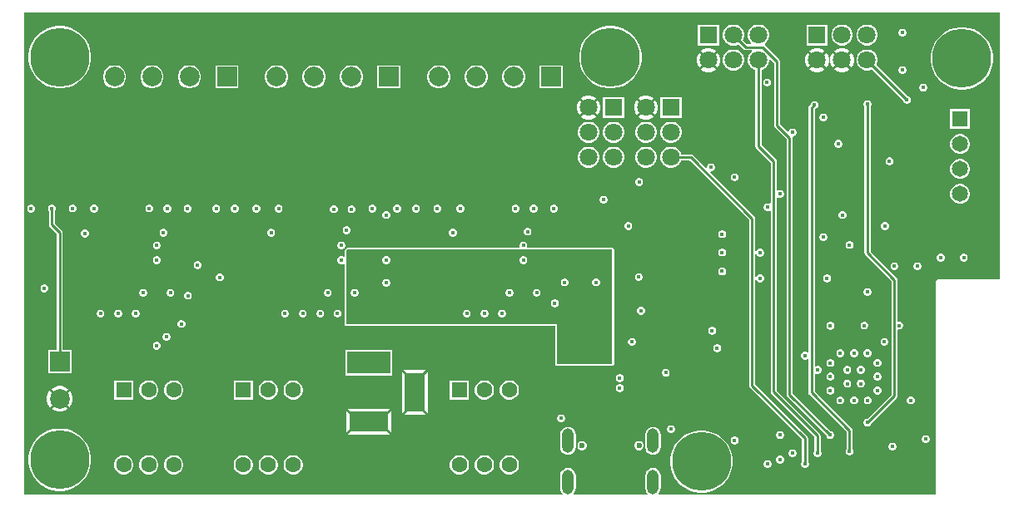
<source format=gbl>
G04*
G04 #@! TF.GenerationSoftware,Altium Limited,Altium Designer,22.11.1 (43)*
G04*
G04 Layer_Physical_Order=6*
G04 Layer_Color=16711680*
%FSLAX25Y25*%
%MOIN*%
G70*
G04*
G04 #@! TF.SameCoordinates,99ABEF4A-569F-4B03-9013-5FDDC67F37EC*
G04*
G04*
G04 #@! TF.FilePolarity,Positive*
G04*
G01*
G75*
%ADD12C,0.01000*%
%ADD77R,0.07874X0.07874*%
%ADD78C,0.07874*%
%ADD79R,0.07874X0.07874*%
%ADD80O,0.04724X0.09843*%
%ADD81C,0.02362*%
%ADD82R,0.06496X0.06496*%
%ADD83C,0.06496*%
%ADD84C,0.23622*%
%ADD85C,0.07087*%
%ADD86R,0.07087X0.07087*%
%ADD87R,0.15748X0.07874*%
%ADD88R,0.17323X0.08661*%
%ADD89R,0.07874X0.15748*%
%ADD90C,0.06299*%
%ADD91R,0.06299X0.06299*%
%ADD92R,0.07087X0.07087*%
%ADD93C,0.01772*%
G36*
X392095Y88220D02*
X368110D01*
X367496Y88098D01*
X366975Y87749D01*
X366627Y87229D01*
X366505Y86614D01*
Y1606D01*
X255680D01*
X255510Y2106D01*
X255511Y2107D01*
X256002Y2746D01*
X256311Y3491D01*
X256416Y4291D01*
Y9409D01*
X256311Y10208D01*
X256002Y10953D01*
X255511Y11593D01*
X254872Y12083D01*
X254127Y12392D01*
X253328Y12497D01*
X252528Y12392D01*
X251783Y12083D01*
X251144Y11593D01*
X250653Y10953D01*
X250344Y10208D01*
X250239Y9409D01*
Y4291D01*
X250344Y3491D01*
X250653Y2746D01*
X251144Y2107D01*
X251145Y2106D01*
X250975Y1606D01*
X221625D01*
X221455Y2106D01*
X221456Y2107D01*
X221947Y2746D01*
X222256Y3491D01*
X222361Y4291D01*
Y9409D01*
X222256Y10208D01*
X221947Y10953D01*
X221456Y11593D01*
X220817Y12083D01*
X220072Y12392D01*
X219272Y12497D01*
X218473Y12392D01*
X217728Y12083D01*
X217089Y11593D01*
X216598Y10953D01*
X216289Y10208D01*
X216184Y9409D01*
Y4291D01*
X216289Y3491D01*
X216598Y2746D01*
X217089Y2107D01*
X217090Y2106D01*
X216920Y1606D01*
X1606D01*
Y195245D01*
X392095D01*
Y88220D01*
D02*
G37*
%LPC*%
G36*
X353524Y188586D02*
X352893D01*
X352310Y188344D01*
X351864Y187898D01*
X351623Y187315D01*
Y186685D01*
X351864Y186102D01*
X352310Y185656D01*
X352893Y185414D01*
X353524D01*
X354107Y185656D01*
X354553Y186102D01*
X354795Y186685D01*
Y187315D01*
X354553Y187898D01*
X354107Y188344D01*
X353524Y188586D01*
D02*
G37*
G36*
X296059Y190243D02*
X294941D01*
X293862Y189954D01*
X292895Y189395D01*
X292105Y188605D01*
X291546Y187638D01*
X291257Y186559D01*
Y185441D01*
X291546Y184362D01*
X292105Y183395D01*
X292619Y182880D01*
X292412Y182380D01*
X290850D01*
X289240Y183991D01*
X289454Y184362D01*
X289743Y185441D01*
Y186559D01*
X289454Y187638D01*
X288896Y188605D01*
X288106Y189395D01*
X287138Y189954D01*
X286059Y190243D01*
X284941D01*
X283862Y189954D01*
X282894Y189395D01*
X282104Y188605D01*
X281546Y187638D01*
X281257Y186559D01*
Y185441D01*
X281546Y184362D01*
X282104Y183395D01*
X282894Y182605D01*
X283862Y182046D01*
X284941Y181757D01*
X286059D01*
X287138Y182046D01*
X287509Y182260D01*
X289478Y180291D01*
X289875Y180026D01*
X290343Y179933D01*
X292860D01*
X292989Y179450D01*
X292895Y179395D01*
X292105Y178605D01*
X291546Y177638D01*
X291257Y176559D01*
Y175441D01*
X291546Y174362D01*
X292105Y173395D01*
X292895Y172605D01*
X293862Y172046D01*
X294276Y171935D01*
Y141500D01*
X294370Y141032D01*
X294635Y140635D01*
X300344Y134925D01*
Y118734D01*
X299844Y118442D01*
X299497Y118586D01*
X298867D01*
X298284Y118344D01*
X297838Y117898D01*
X297596Y117315D01*
Y116685D01*
X297838Y116102D01*
X298284Y115656D01*
X298867Y115414D01*
X299497D01*
X299844Y115558D01*
X300344Y115266D01*
Y42932D01*
X300437Y42464D01*
X300703Y42067D01*
X317958Y24811D01*
Y19337D01*
X317838Y19216D01*
X317596Y18633D01*
Y18003D01*
X317838Y17420D01*
X318284Y16974D01*
X318866Y16732D01*
X319497D01*
X320080Y16974D01*
X320526Y17420D01*
X320768Y18003D01*
Y18633D01*
X320526Y19216D01*
X320406Y19337D01*
Y25318D01*
X320312Y25786D01*
X320047Y26183D01*
X302791Y43439D01*
Y120759D01*
X303284Y120974D01*
X303867Y120732D01*
X304497D01*
X305080Y120974D01*
X305526Y121420D01*
X305768Y122003D01*
Y122634D01*
X305526Y123216D01*
X305080Y123662D01*
X304497Y123904D01*
X303867D01*
X303284Y123662D01*
X302791Y123877D01*
Y135432D01*
X302698Y135900D01*
X302433Y136297D01*
X296724Y142007D01*
Y171935D01*
X297138Y172046D01*
X298106Y172605D01*
X298896Y173395D01*
X299454Y174362D01*
X299743Y175441D01*
Y176169D01*
X300243Y176376D01*
X301777Y174843D01*
Y149808D01*
X301870Y149340D01*
X302135Y148943D01*
X306776Y144301D01*
Y41867D01*
X306870Y41399D01*
X307135Y41002D01*
X322675Y25462D01*
Y25291D01*
X322916Y24708D01*
X323362Y24262D01*
X323945Y24021D01*
X324576D01*
X325159Y24262D01*
X325605Y24708D01*
X325847Y25291D01*
Y25922D01*
X325605Y26505D01*
X325159Y26951D01*
X324576Y27192D01*
X324405D01*
X309224Y42374D01*
Y144808D01*
X309202Y144914D01*
X309497Y145414D01*
X310080Y145656D01*
X310526Y146102D01*
X310768Y146685D01*
Y147315D01*
X310526Y147898D01*
X310080Y148344D01*
X309497Y148586D01*
X308867D01*
X308284Y148344D01*
X307838Y147898D01*
X307694Y147551D01*
X307134Y147404D01*
X304223Y150315D01*
Y175349D01*
X304130Y175818D01*
X303865Y176215D01*
X298072Y182008D01*
X298058Y182023D01*
X298095Y182598D01*
X298106Y182605D01*
X298896Y183395D01*
X299454Y184362D01*
X299743Y185441D01*
Y186559D01*
X299454Y187638D01*
X298896Y188605D01*
X298106Y189395D01*
X297138Y189954D01*
X296059Y190243D01*
D02*
G37*
G36*
X339559D02*
X338441D01*
X337362Y189954D01*
X336395Y189395D01*
X335605Y188605D01*
X335046Y187638D01*
X334757Y186559D01*
Y185441D01*
X335046Y184362D01*
X335605Y183395D01*
X336395Y182605D01*
X337362Y182046D01*
X338441Y181757D01*
X339559D01*
X340638Y182046D01*
X341605Y182605D01*
X342395Y183395D01*
X342954Y184362D01*
X343243Y185441D01*
Y186559D01*
X342954Y187638D01*
X342395Y188605D01*
X341605Y189395D01*
X340638Y189954D01*
X339559Y190243D01*
D02*
G37*
G36*
X329559D02*
X328441D01*
X327362Y189954D01*
X326395Y189395D01*
X325605Y188605D01*
X325046Y187638D01*
X324757Y186559D01*
Y185441D01*
X325046Y184362D01*
X325605Y183395D01*
X326395Y182605D01*
X327362Y182046D01*
X328441Y181757D01*
X329559D01*
X330638Y182046D01*
X331606Y182605D01*
X332396Y183395D01*
X332954Y184362D01*
X333243Y185441D01*
Y186559D01*
X332954Y187638D01*
X332396Y188605D01*
X331606Y189395D01*
X330638Y189954D01*
X329559Y190243D01*
D02*
G37*
G36*
X323243D02*
X314757D01*
Y181757D01*
X323243D01*
Y190243D01*
D02*
G37*
G36*
X279743D02*
X271257D01*
Y181757D01*
X279743D01*
Y190243D01*
D02*
G37*
G36*
X329625Y180743D02*
X328376D01*
X327169Y180420D01*
X326088Y179796D01*
X325999Y179708D01*
X329000Y176707D01*
X332000Y179708D01*
X331912Y179796D01*
X330831Y180420D01*
X329625Y180743D01*
D02*
G37*
G36*
X319624D02*
X318375D01*
X317169Y180420D01*
X316088Y179796D01*
X316000Y179708D01*
X319000Y176707D01*
X322001Y179708D01*
X321912Y179796D01*
X320831Y180420D01*
X319624Y180743D01*
D02*
G37*
G36*
X276125D02*
X274875D01*
X273669Y180420D01*
X272588Y179796D01*
X272499Y179708D01*
X275500Y176707D01*
X278501Y179708D01*
X278412Y179796D01*
X277331Y180420D01*
X276125Y180743D01*
D02*
G37*
G36*
X332708Y179000D02*
X329707Y176000D01*
X332708Y173000D01*
X332796Y173088D01*
X333420Y174169D01*
X333743Y175375D01*
Y176625D01*
X333420Y177831D01*
X332796Y178912D01*
X332708Y179000D01*
D02*
G37*
G36*
X322708D02*
X319707Y176000D01*
X322708Y173000D01*
X322796Y173088D01*
X323420Y174169D01*
X323743Y175375D01*
Y176625D01*
X323420Y177831D01*
X322796Y178912D01*
X322708Y179000D01*
D02*
G37*
G36*
X279208D02*
X276207Y176000D01*
X279208Y173000D01*
X279296Y173088D01*
X279920Y174169D01*
X280243Y175375D01*
Y176625D01*
X279920Y177831D01*
X279296Y178912D01*
X279208Y179000D01*
D02*
G37*
G36*
X325292Y179000D02*
X325204Y178912D01*
X324580Y177831D01*
X324257Y176625D01*
Y175375D01*
X324580Y174169D01*
X325204Y173088D01*
X325292Y173000D01*
X328293Y176000D01*
X325292Y179000D01*
D02*
G37*
G36*
X315292D02*
X315204Y178912D01*
X314580Y177831D01*
X314257Y176625D01*
Y175375D01*
X314580Y174169D01*
X315204Y173088D01*
X315292Y173000D01*
X318293Y176000D01*
X315292Y179000D01*
D02*
G37*
G36*
X271792D02*
X271704Y178912D01*
X271080Y177831D01*
X270757Y176625D01*
Y175375D01*
X271080Y174169D01*
X271704Y173088D01*
X271792Y173000D01*
X274793Y176000D01*
X271792Y179000D01*
D02*
G37*
G36*
X286059Y180243D02*
X284941D01*
X283862Y179954D01*
X282894Y179395D01*
X282104Y178605D01*
X281546Y177638D01*
X281257Y176559D01*
Y175441D01*
X281546Y174362D01*
X282104Y173395D01*
X282894Y172605D01*
X283862Y172046D01*
X284941Y171757D01*
X286059D01*
X287138Y172046D01*
X288106Y172605D01*
X288896Y173395D01*
X289454Y174362D01*
X289743Y175441D01*
Y176559D01*
X289454Y177638D01*
X288896Y178605D01*
X288106Y179395D01*
X287138Y179954D01*
X286059Y180243D01*
D02*
G37*
G36*
X329000Y175293D02*
X325999Y172292D01*
X326088Y172204D01*
X327169Y171580D01*
X328376Y171257D01*
X329625D01*
X330831Y171580D01*
X331912Y172204D01*
X332000Y172292D01*
X329000Y175293D01*
D02*
G37*
G36*
X319000D02*
X316000Y172292D01*
X316088Y172204D01*
X317169Y171580D01*
X318375Y171257D01*
X319624D01*
X320831Y171580D01*
X321912Y172204D01*
X322001Y172292D01*
X319000Y175293D01*
D02*
G37*
G36*
X275500D02*
X272499Y172292D01*
X272588Y172204D01*
X273669Y171580D01*
X274875Y171257D01*
X276125D01*
X277331Y171580D01*
X278412Y172204D01*
X278501Y172292D01*
X275500Y175293D01*
D02*
G37*
G36*
X353524Y173586D02*
X352893D01*
X352310Y173344D01*
X351864Y172898D01*
X351623Y172315D01*
Y171685D01*
X351864Y171102D01*
X352310Y170656D01*
X352893Y170414D01*
X353524D01*
X354107Y170656D01*
X354553Y171102D01*
X354795Y171685D01*
Y172315D01*
X354553Y172898D01*
X354107Y173344D01*
X353524Y173586D01*
D02*
G37*
G36*
X299315Y168586D02*
X298685D01*
X298102Y168344D01*
X297656Y167898D01*
X297414Y167315D01*
Y166685D01*
X297656Y166102D01*
X298102Y165656D01*
X298685Y165414D01*
X299315D01*
X299898Y165656D01*
X300344Y166102D01*
X300586Y166685D01*
Y167315D01*
X300344Y167898D01*
X299898Y168344D01*
X299315Y168586D01*
D02*
G37*
G36*
X237205Y189676D02*
X235236D01*
X233291Y189368D01*
X231418Y188760D01*
X229663Y187866D01*
X228070Y186708D01*
X226678Y185316D01*
X225520Y183723D01*
X224626Y181968D01*
X224018Y180095D01*
X223710Y178150D01*
Y176181D01*
X224018Y174236D01*
X224626Y172363D01*
X225520Y170608D01*
X226678Y169015D01*
X228070Y167622D01*
X229663Y166465D01*
X231418Y165571D01*
X233291Y164962D01*
X235236Y164654D01*
X237205D01*
X239150Y164962D01*
X241023Y165571D01*
X242778Y166465D01*
X244371Y167622D01*
X245763Y169015D01*
X246921Y170608D01*
X247815Y172363D01*
X248423Y174236D01*
X248731Y176181D01*
Y178150D01*
X248423Y180095D01*
X247815Y181968D01*
X246921Y183723D01*
X245763Y185316D01*
X244371Y186708D01*
X242778Y187866D01*
X241023Y188760D01*
X239150Y189368D01*
X237205Y189676D01*
D02*
G37*
G36*
X16733D02*
X14763D01*
X12818Y189368D01*
X10945Y188760D01*
X9191Y187866D01*
X7598Y186708D01*
X6205Y185316D01*
X5048Y183723D01*
X4154Y181968D01*
X3545Y180095D01*
X3237Y178150D01*
Y176181D01*
X3545Y174236D01*
X4154Y172363D01*
X5048Y170608D01*
X6205Y169015D01*
X7598Y167622D01*
X9191Y166465D01*
X10945Y165571D01*
X12818Y164962D01*
X14763Y164654D01*
X16733D01*
X18678Y164962D01*
X20551Y165571D01*
X22305Y166465D01*
X23899Y167622D01*
X25291Y169015D01*
X26449Y170608D01*
X27343Y172363D01*
X27951Y174236D01*
X28259Y176181D01*
Y178150D01*
X27951Y180095D01*
X27343Y181968D01*
X26449Y183723D01*
X25291Y185316D01*
X23899Y186708D01*
X22305Y187866D01*
X20551Y188760D01*
X18678Y189368D01*
X16733Y189676D01*
D02*
G37*
G36*
X217235Y173928D02*
X207961D01*
Y164654D01*
X217235D01*
Y173928D01*
D02*
G37*
G36*
X198209D02*
X196988D01*
X195809Y173612D01*
X194751Y173002D01*
X193888Y172139D01*
X193277Y171081D01*
X192961Y169902D01*
Y168681D01*
X193277Y167501D01*
X193888Y166444D01*
X194751Y165581D01*
X195809Y164970D01*
X196988Y164654D01*
X198209D01*
X199388Y164970D01*
X200446Y165581D01*
X201309Y166444D01*
X201919Y167501D01*
X202235Y168681D01*
Y169902D01*
X201919Y171081D01*
X201309Y172139D01*
X200446Y173002D01*
X199388Y173612D01*
X198209Y173928D01*
D02*
G37*
G36*
X183209D02*
X181988D01*
X180809Y173612D01*
X179751Y173002D01*
X178888Y172139D01*
X178277Y171081D01*
X177961Y169902D01*
Y168681D01*
X178277Y167501D01*
X178888Y166444D01*
X179751Y165581D01*
X180809Y164970D01*
X181988Y164654D01*
X183209D01*
X184388Y164970D01*
X185446Y165581D01*
X186309Y166444D01*
X186919Y167501D01*
X187235Y168681D01*
Y169902D01*
X186919Y171081D01*
X186309Y172139D01*
X185446Y173002D01*
X184388Y173612D01*
X183209Y173928D01*
D02*
G37*
G36*
X168209D02*
X166988D01*
X165809Y173612D01*
X164751Y173002D01*
X163888Y172139D01*
X163277Y171081D01*
X162961Y169902D01*
Y168681D01*
X163277Y167501D01*
X163888Y166444D01*
X164751Y165581D01*
X165809Y164970D01*
X166988Y164654D01*
X168209D01*
X169388Y164970D01*
X170446Y165581D01*
X171309Y166444D01*
X171919Y167501D01*
X172235Y168681D01*
Y169902D01*
X171919Y171081D01*
X171309Y172139D01*
X170446Y173002D01*
X169388Y173612D01*
X168209Y173928D01*
D02*
G37*
G36*
X152275D02*
X143001D01*
Y164654D01*
X152275D01*
Y173928D01*
D02*
G37*
G36*
X133248D02*
X132027D01*
X130848Y173612D01*
X129791Y173002D01*
X128927Y172139D01*
X128317Y171081D01*
X128001Y169902D01*
Y168681D01*
X128317Y167501D01*
X128927Y166444D01*
X129791Y165581D01*
X130848Y164970D01*
X132027Y164654D01*
X133248D01*
X134428Y164970D01*
X135485Y165581D01*
X136348Y166444D01*
X136959Y167501D01*
X137275Y168681D01*
Y169902D01*
X136959Y171081D01*
X136348Y172139D01*
X135485Y173002D01*
X134428Y173612D01*
X133248Y173928D01*
D02*
G37*
G36*
X118248D02*
X117027D01*
X115848Y173612D01*
X114791Y173002D01*
X113927Y172139D01*
X113317Y171081D01*
X113001Y169902D01*
Y168681D01*
X113317Y167501D01*
X113927Y166444D01*
X114791Y165581D01*
X115848Y164970D01*
X117027Y164654D01*
X118248D01*
X119428Y164970D01*
X120485Y165581D01*
X121348Y166444D01*
X121959Y167501D01*
X122275Y168681D01*
Y169902D01*
X121959Y171081D01*
X121348Y172139D01*
X120485Y173002D01*
X119428Y173612D01*
X118248Y173928D01*
D02*
G37*
G36*
X103248D02*
X102027D01*
X100848Y173612D01*
X99791Y173002D01*
X98927Y172139D01*
X98317Y171081D01*
X98001Y169902D01*
Y168681D01*
X98317Y167501D01*
X98927Y166444D01*
X99791Y165581D01*
X100848Y164970D01*
X102027Y164654D01*
X103248D01*
X104428Y164970D01*
X105485Y165581D01*
X106348Y166444D01*
X106959Y167501D01*
X107275Y168681D01*
Y169902D01*
X106959Y171081D01*
X106348Y172139D01*
X105485Y173002D01*
X104428Y173612D01*
X103248Y173928D01*
D02*
G37*
G36*
X87314D02*
X78040D01*
Y164654D01*
X87314D01*
Y173928D01*
D02*
G37*
G36*
X68288D02*
X67067D01*
X65887Y173612D01*
X64830Y173002D01*
X63967Y172139D01*
X63356Y171081D01*
X63040Y169902D01*
Y168681D01*
X63356Y167501D01*
X63967Y166444D01*
X64830Y165581D01*
X65887Y164970D01*
X67067Y164654D01*
X68288D01*
X69467Y164970D01*
X70524Y165581D01*
X71388Y166444D01*
X71998Y167501D01*
X72314Y168681D01*
Y169902D01*
X71998Y171081D01*
X71388Y172139D01*
X70524Y173002D01*
X69467Y173612D01*
X68288Y173928D01*
D02*
G37*
G36*
X53288D02*
X52067D01*
X50887Y173612D01*
X49830Y173002D01*
X48967Y172139D01*
X48356Y171081D01*
X48040Y169902D01*
Y168681D01*
X48356Y167501D01*
X48967Y166444D01*
X49830Y165581D01*
X50887Y164970D01*
X52067Y164654D01*
X53288D01*
X54467Y164970D01*
X55524Y165581D01*
X56388Y166444D01*
X56998Y167501D01*
X57314Y168681D01*
Y169902D01*
X56998Y171081D01*
X56388Y172139D01*
X55524Y173002D01*
X54467Y173612D01*
X53288Y173928D01*
D02*
G37*
G36*
X38288D02*
X37067D01*
X35887Y173612D01*
X34830Y173002D01*
X33967Y172139D01*
X33356Y171081D01*
X33040Y169902D01*
Y168681D01*
X33356Y167501D01*
X33967Y166444D01*
X34830Y165581D01*
X35887Y164970D01*
X37067Y164654D01*
X38288D01*
X39467Y164970D01*
X40524Y165581D01*
X41388Y166444D01*
X41998Y167501D01*
X42314Y168681D01*
Y169902D01*
X41998Y171081D01*
X41388Y172139D01*
X40524Y173002D01*
X39467Y173612D01*
X38288Y173928D01*
D02*
G37*
G36*
X377985Y189211D02*
X376015D01*
X374070Y188903D01*
X372198Y188294D01*
X370443Y187400D01*
X368850Y186243D01*
X367457Y184850D01*
X366300Y183257D01*
X365406Y181503D01*
X364797Y179630D01*
X364489Y177685D01*
Y175715D01*
X364797Y173770D01*
X365406Y171897D01*
X366300Y170143D01*
X367457Y168550D01*
X368850Y167157D01*
X370443Y166000D01*
X372198Y165106D01*
X374070Y164497D01*
X376015Y164189D01*
X377985D01*
X379930Y164497D01*
X381803Y165106D01*
X383557Y166000D01*
X385150Y167157D01*
X386543Y168550D01*
X387700Y170143D01*
X388595Y171897D01*
X389203Y173770D01*
X389511Y175715D01*
Y177685D01*
X389203Y179630D01*
X388595Y181503D01*
X387700Y183257D01*
X386543Y184850D01*
X385150Y186243D01*
X383557Y187400D01*
X381803Y188294D01*
X379930Y188903D01*
X377985Y189211D01*
D02*
G37*
G36*
X361883Y166518D02*
X361252D01*
X360669Y166277D01*
X360223Y165831D01*
X359982Y165248D01*
Y164617D01*
X360223Y164034D01*
X360669Y163588D01*
X361252Y163346D01*
X361883D01*
X362466Y163588D01*
X362912Y164034D01*
X363154Y164617D01*
Y165248D01*
X362912Y165831D01*
X362466Y166277D01*
X361883Y166518D01*
D02*
G37*
G36*
X339559Y180243D02*
X338441D01*
X337362Y179954D01*
X336395Y179395D01*
X335605Y178605D01*
X335046Y177638D01*
X334757Y176559D01*
Y175441D01*
X335046Y174362D01*
X335605Y173395D01*
X336395Y172605D01*
X337362Y172046D01*
X338441Y171757D01*
X339559D01*
X340638Y172046D01*
X341009Y172260D01*
X353414Y159855D01*
Y159685D01*
X353656Y159102D01*
X354102Y158656D01*
X354685Y158414D01*
X355315D01*
X355898Y158656D01*
X356344Y159102D01*
X356586Y159685D01*
Y160315D01*
X356344Y160898D01*
X355898Y161344D01*
X355315Y161586D01*
X355145D01*
X342740Y173991D01*
X342954Y174362D01*
X343243Y175441D01*
Y176559D01*
X342954Y177638D01*
X342395Y178605D01*
X341605Y179395D01*
X340638Y179954D01*
X339559Y180243D01*
D02*
G37*
G36*
X228124Y161743D02*
X226875D01*
X225669Y161420D01*
X224588Y160796D01*
X224500Y160708D01*
X227500Y157707D01*
X230501Y160708D01*
X230412Y160796D01*
X229331Y161420D01*
X228124Y161743D01*
D02*
G37*
G36*
X251066D02*
X249817D01*
X248611Y161420D01*
X247529Y160796D01*
X247441Y160708D01*
X250441Y157707D01*
X253442Y160708D01*
X253354Y160796D01*
X252272Y161420D01*
X251066Y161743D01*
D02*
G37*
G36*
X231208Y160001D02*
X228207Y157000D01*
X231208Y153999D01*
X231296Y154088D01*
X231920Y155169D01*
X232243Y156376D01*
Y157624D01*
X231920Y158831D01*
X231296Y159912D01*
X231208Y160001D01*
D02*
G37*
G36*
X254149D02*
X251149Y157000D01*
X254149Y153999D01*
X254237Y154088D01*
X254861Y155169D01*
X255185Y156376D01*
Y157624D01*
X254861Y158831D01*
X254237Y159912D01*
X254149Y160001D01*
D02*
G37*
G36*
X246734D02*
X246646Y159912D01*
X246021Y158831D01*
X245698Y157624D01*
Y156376D01*
X246021Y155169D01*
X246646Y154088D01*
X246734Y153999D01*
X249734Y157000D01*
X246734Y160001D01*
D02*
G37*
G36*
X223792Y160001D02*
X223704Y159912D01*
X223080Y158831D01*
X222757Y157624D01*
Y156376D01*
X223080Y155169D01*
X223704Y154088D01*
X223792Y153999D01*
X226793Y157000D01*
X223792Y160001D01*
D02*
G37*
G36*
X264685Y161243D02*
X256198D01*
Y152757D01*
X264685D01*
Y161243D01*
D02*
G37*
G36*
X241743D02*
X233257D01*
Y152757D01*
X241743D01*
Y161243D01*
D02*
G37*
G36*
X250441Y156293D02*
X247441Y153292D01*
X247529Y153204D01*
X248611Y152580D01*
X249817Y152257D01*
X251066D01*
X252272Y152580D01*
X253354Y153204D01*
X253442Y153292D01*
X250441Y156293D01*
D02*
G37*
G36*
X227500Y156293D02*
X224500Y153292D01*
X224588Y153204D01*
X225669Y152580D01*
X226875Y152257D01*
X228124D01*
X229331Y152580D01*
X230412Y153204D01*
X230501Y153293D01*
X227500Y156293D01*
D02*
G37*
G36*
X321815Y154586D02*
X321185D01*
X320602Y154344D01*
X320156Y153898D01*
X319914Y153315D01*
Y152685D01*
X320156Y152102D01*
X320602Y151656D01*
X321185Y151414D01*
X321815D01*
X322398Y151656D01*
X322844Y152102D01*
X323086Y152685D01*
Y153315D01*
X322844Y153898D01*
X322398Y154344D01*
X321815Y154586D01*
D02*
G37*
G36*
X380148Y156302D02*
X372252D01*
Y148406D01*
X380148D01*
Y156302D01*
D02*
G37*
G36*
X261000Y151243D02*
X259883D01*
X258804Y150954D01*
X257836Y150396D01*
X257046Y149605D01*
X256487Y148638D01*
X256198Y147559D01*
Y146441D01*
X256487Y145362D01*
X257046Y144395D01*
X257836Y143605D01*
X258804Y143046D01*
X259883Y142757D01*
X261000D01*
X262079Y143046D01*
X263047Y143605D01*
X263837Y144395D01*
X264395Y145362D01*
X264685Y146441D01*
Y147559D01*
X264395Y148638D01*
X263837Y149605D01*
X263047Y150396D01*
X262079Y150954D01*
X261000Y151243D01*
D02*
G37*
G36*
X251000D02*
X249883D01*
X248804Y150954D01*
X247836Y150396D01*
X247046Y149605D01*
X246487Y148638D01*
X246198Y147559D01*
Y146441D01*
X246487Y145362D01*
X247046Y144395D01*
X247836Y143605D01*
X248804Y143046D01*
X249883Y142757D01*
X251000D01*
X252079Y143046D01*
X253047Y143605D01*
X253837Y144395D01*
X254396Y145362D01*
X254685Y146441D01*
Y147559D01*
X254396Y148638D01*
X253837Y149605D01*
X253047Y150396D01*
X252079Y150954D01*
X251000Y151243D01*
D02*
G37*
G36*
X238059D02*
X236941D01*
X235862Y150954D01*
X234894Y150396D01*
X234104Y149605D01*
X233546Y148638D01*
X233257Y147559D01*
Y146441D01*
X233546Y145362D01*
X234104Y144395D01*
X234894Y143605D01*
X235862Y143046D01*
X236941Y142757D01*
X238059D01*
X239138Y143046D01*
X240106Y143605D01*
X240896Y144395D01*
X241454Y145362D01*
X241743Y146441D01*
Y147559D01*
X241454Y148638D01*
X240896Y149605D01*
X240106Y150396D01*
X239138Y150954D01*
X238059Y151243D01*
D02*
G37*
G36*
X228059D02*
X226941D01*
X225862Y150954D01*
X224894Y150396D01*
X224104Y149605D01*
X223546Y148638D01*
X223257Y147559D01*
Y146441D01*
X223546Y145362D01*
X224104Y144395D01*
X224894Y143605D01*
X225862Y143046D01*
X226941Y142757D01*
X228059D01*
X229138Y143046D01*
X230105Y143605D01*
X230895Y144395D01*
X231454Y145362D01*
X231743Y146441D01*
Y147559D01*
X231454Y148638D01*
X230895Y149605D01*
X230105Y150396D01*
X229138Y150954D01*
X228059Y151243D01*
D02*
G37*
G36*
X327815Y143940D02*
X327185D01*
X326602Y143699D01*
X326156Y143253D01*
X325914Y142670D01*
Y142039D01*
X326156Y141456D01*
X326602Y141010D01*
X327185Y140769D01*
X327815D01*
X328398Y141010D01*
X328844Y141456D01*
X329086Y142039D01*
Y142670D01*
X328844Y143253D01*
X328398Y143699D01*
X327815Y143940D01*
D02*
G37*
G36*
X376720Y146302D02*
X375680D01*
X374676Y146033D01*
X373776Y145513D01*
X373041Y144779D01*
X372521Y143878D01*
X372252Y142874D01*
Y141835D01*
X372521Y140830D01*
X373041Y139930D01*
X373776Y139195D01*
X374676Y138675D01*
X375680Y138406D01*
X376720D01*
X377724Y138675D01*
X378624Y139195D01*
X379359Y139930D01*
X379879Y140830D01*
X380148Y141835D01*
Y142874D01*
X379879Y143878D01*
X379359Y144779D01*
X378624Y145513D01*
X377724Y146033D01*
X376720Y146302D01*
D02*
G37*
G36*
X348315Y136940D02*
X347685D01*
X347102Y136699D01*
X346656Y136253D01*
X346414Y135670D01*
Y135039D01*
X346656Y134456D01*
X347102Y134010D01*
X347685Y133768D01*
X348315D01*
X348898Y134010D01*
X349344Y134456D01*
X349586Y135039D01*
Y135670D01*
X349344Y136253D01*
X348898Y136699D01*
X348315Y136940D01*
D02*
G37*
G36*
X251000Y141243D02*
X249883D01*
X248804Y140954D01*
X247836Y140395D01*
X247046Y139605D01*
X246487Y138638D01*
X246198Y137559D01*
Y136441D01*
X246487Y135362D01*
X247046Y134395D01*
X247836Y133605D01*
X248804Y133046D01*
X249883Y132757D01*
X251000D01*
X252079Y133046D01*
X253047Y133605D01*
X253837Y134395D01*
X254396Y135362D01*
X254685Y136441D01*
Y137559D01*
X254396Y138638D01*
X253837Y139605D01*
X253047Y140395D01*
X252079Y140954D01*
X251000Y141243D01*
D02*
G37*
G36*
X238059D02*
X236941D01*
X235862Y140954D01*
X234894Y140395D01*
X234104Y139605D01*
X233546Y138638D01*
X233257Y137559D01*
Y136441D01*
X233546Y135362D01*
X234104Y134395D01*
X234894Y133605D01*
X235862Y133046D01*
X236941Y132757D01*
X238059D01*
X239138Y133046D01*
X240106Y133605D01*
X240896Y134395D01*
X241454Y135362D01*
X241743Y136441D01*
Y137559D01*
X241454Y138638D01*
X240896Y139605D01*
X240106Y140395D01*
X239138Y140954D01*
X238059Y141243D01*
D02*
G37*
G36*
X228059D02*
X226941D01*
X225862Y140954D01*
X224894Y140395D01*
X224104Y139605D01*
X223546Y138638D01*
X223257Y137559D01*
Y136441D01*
X223546Y135362D01*
X224104Y134395D01*
X224894Y133605D01*
X225862Y133046D01*
X226941Y132757D01*
X228059D01*
X229138Y133046D01*
X230105Y133605D01*
X230895Y134395D01*
X231454Y135362D01*
X231743Y136441D01*
Y137559D01*
X231454Y138638D01*
X230895Y139605D01*
X230105Y140395D01*
X229138Y140954D01*
X228059Y141243D01*
D02*
G37*
G36*
X376720Y136302D02*
X375680D01*
X374676Y136033D01*
X373776Y135513D01*
X373041Y134778D01*
X372521Y133878D01*
X372252Y132874D01*
Y131835D01*
X372521Y130830D01*
X373041Y129930D01*
X373776Y129195D01*
X374676Y128675D01*
X375680Y128406D01*
X376720D01*
X377724Y128675D01*
X378624Y129195D01*
X379359Y129930D01*
X379879Y130830D01*
X380148Y131835D01*
Y132874D01*
X379879Y133878D01*
X379359Y134778D01*
X378624Y135513D01*
X377724Y136033D01*
X376720Y136302D01*
D02*
G37*
G36*
X286315Y130586D02*
X285685D01*
X285102Y130344D01*
X284656Y129898D01*
X284414Y129315D01*
Y128685D01*
X284656Y128102D01*
X285102Y127656D01*
X285685Y127414D01*
X286315D01*
X286898Y127656D01*
X287344Y128102D01*
X287586Y128685D01*
Y129315D01*
X287344Y129898D01*
X286898Y130344D01*
X286315Y130586D01*
D02*
G37*
G36*
X248070Y128650D02*
X247439D01*
X246856Y128409D01*
X246410Y127963D01*
X246168Y127380D01*
Y126749D01*
X246410Y126166D01*
X246856Y125720D01*
X247439Y125479D01*
X248070D01*
X248652Y125720D01*
X249098Y126166D01*
X249340Y126749D01*
Y127380D01*
X249098Y127963D01*
X248652Y128409D01*
X248070Y128650D01*
D02*
G37*
G36*
X233816Y121585D02*
X233185D01*
X232602Y121344D01*
X232156Y120898D01*
X231915Y120315D01*
Y119684D01*
X232156Y119101D01*
X232602Y118655D01*
X233185Y118414D01*
X233816D01*
X234399Y118655D01*
X234845Y119101D01*
X235086Y119684D01*
Y120315D01*
X234845Y120898D01*
X234399Y121344D01*
X233816Y121585D01*
D02*
G37*
G36*
X376720Y126302D02*
X375680D01*
X374676Y126033D01*
X373776Y125514D01*
X373041Y124778D01*
X372521Y123878D01*
X372252Y122874D01*
Y121835D01*
X372521Y120830D01*
X373041Y119930D01*
X373776Y119195D01*
X374676Y118675D01*
X375680Y118406D01*
X376720D01*
X377724Y118675D01*
X378624Y119195D01*
X379359Y119930D01*
X379879Y120830D01*
X380148Y121835D01*
Y122874D01*
X379879Y123878D01*
X379359Y124778D01*
X378624Y125514D01*
X377724Y126033D01*
X376720Y126302D01*
D02*
G37*
G36*
X51942Y118102D02*
X51312D01*
X50729Y117861D01*
X50283Y117415D01*
X50041Y116832D01*
Y116201D01*
X50283Y115618D01*
X50729Y115172D01*
X51312Y114931D01*
X51942D01*
X52525Y115172D01*
X52971Y115618D01*
X53213Y116201D01*
Y116832D01*
X52971Y117415D01*
X52525Y117861D01*
X51942Y118102D01*
D02*
G37*
G36*
X21305D02*
X20674D01*
X20092Y117861D01*
X19646Y117415D01*
X19404Y116832D01*
Y116201D01*
X19646Y115618D01*
X20092Y115172D01*
X20674Y114931D01*
X21305D01*
X21888Y115172D01*
X22334Y115618D01*
X22576Y116201D01*
Y116832D01*
X22334Y117415D01*
X21888Y117861D01*
X21305Y118102D01*
D02*
G37*
G36*
X141246Y118020D02*
X140615D01*
X140032Y117779D01*
X139586Y117333D01*
X139344Y116750D01*
Y116119D01*
X139586Y115536D01*
X140032Y115090D01*
X140615Y114849D01*
X141246D01*
X141829Y115090D01*
X142275Y115536D01*
X142516Y116119D01*
Y116750D01*
X142275Y117333D01*
X141829Y117779D01*
X141246Y118020D01*
D02*
G37*
G36*
X94758D02*
X94127D01*
X93544Y117779D01*
X93098Y117333D01*
X92857Y116750D01*
Y116119D01*
X93098Y115536D01*
X93544Y115090D01*
X94127Y114849D01*
X94758D01*
X95341Y115090D01*
X95787Y115536D01*
X96028Y116119D01*
Y116750D01*
X95787Y117333D01*
X95341Y117779D01*
X94758Y118020D01*
D02*
G37*
G36*
X86212D02*
X85581D01*
X84999Y117779D01*
X84553Y117333D01*
X84311Y116750D01*
Y116119D01*
X84553Y115536D01*
X84999Y115090D01*
X85581Y114849D01*
X86212D01*
X86795Y115090D01*
X87241Y115536D01*
X87483Y116119D01*
Y116750D01*
X87241Y117333D01*
X86795Y117779D01*
X86212Y118020D01*
D02*
G37*
G36*
X78712D02*
X78082D01*
X77499Y117779D01*
X77052Y117333D01*
X76811Y116750D01*
Y116119D01*
X77052Y115536D01*
X77499Y115090D01*
X78082Y114849D01*
X78712D01*
X79295Y115090D01*
X79741Y115536D01*
X79983Y116119D01*
Y116750D01*
X79741Y117333D01*
X79295Y117779D01*
X78712Y118020D01*
D02*
G37*
G36*
X67305D02*
X66675D01*
X66092Y117779D01*
X65646Y117333D01*
X65404Y116750D01*
Y116119D01*
X65646Y115536D01*
X66092Y115090D01*
X66675Y114849D01*
X67305D01*
X67888Y115090D01*
X68334Y115536D01*
X68576Y116119D01*
Y116750D01*
X68334Y117333D01*
X67888Y117779D01*
X67305Y118020D01*
D02*
G37*
G36*
X59105D02*
X58474D01*
X57892Y117779D01*
X57446Y117333D01*
X57204Y116750D01*
Y116119D01*
X57446Y115536D01*
X57892Y115090D01*
X58474Y114849D01*
X59105D01*
X59688Y115090D01*
X60134Y115536D01*
X60376Y116119D01*
Y116750D01*
X60134Y117333D01*
X59688Y117779D01*
X59105Y118020D01*
D02*
G37*
G36*
X29842D02*
X29212D01*
X28629Y117779D01*
X28183Y117333D01*
X27941Y116750D01*
Y116119D01*
X28183Y115536D01*
X28629Y115090D01*
X29212Y114849D01*
X29842D01*
X30425Y115090D01*
X30871Y115536D01*
X31113Y116119D01*
Y116750D01*
X30871Y117333D01*
X30425Y117779D01*
X29842Y118020D01*
D02*
G37*
G36*
X4615D02*
X3985D01*
X3402Y117779D01*
X2956Y117333D01*
X2714Y116750D01*
Y116119D01*
X2956Y115536D01*
X3402Y115090D01*
X3985Y114849D01*
X4615D01*
X5198Y115090D01*
X5644Y115536D01*
X5886Y116119D01*
Y116750D01*
X5644Y117333D01*
X5198Y117779D01*
X4615Y118020D01*
D02*
G37*
G36*
X213964Y118006D02*
X213333D01*
X212750Y117765D01*
X212304Y117319D01*
X212062Y116736D01*
Y116105D01*
X212304Y115522D01*
X212750Y115076D01*
X213333Y114834D01*
X213964D01*
X214546Y115076D01*
X214992Y115522D01*
X215234Y116105D01*
Y116736D01*
X214992Y117319D01*
X214546Y117765D01*
X213964Y118006D01*
D02*
G37*
G36*
X205764D02*
X205133D01*
X204550Y117765D01*
X204104Y117319D01*
X203862Y116736D01*
Y116105D01*
X204104Y115522D01*
X204550Y115076D01*
X205133Y114834D01*
X205764D01*
X206346Y115076D01*
X206792Y115522D01*
X207034Y116105D01*
Y116736D01*
X206792Y117319D01*
X206346Y117765D01*
X205764Y118006D01*
D02*
G37*
G36*
X198600D02*
X197970D01*
X197387Y117765D01*
X196941Y117319D01*
X196699Y116736D01*
Y116105D01*
X196941Y115522D01*
X197387Y115076D01*
X197970Y114834D01*
X198600D01*
X199183Y115076D01*
X199629Y115522D01*
X199871Y116105D01*
Y116736D01*
X199629Y117319D01*
X199183Y117765D01*
X198600Y118006D01*
D02*
G37*
G36*
X176500D02*
X175870D01*
X175287Y117765D01*
X174841Y117319D01*
X174599Y116736D01*
Y116105D01*
X174841Y115522D01*
X175287Y115076D01*
X175870Y114834D01*
X176500D01*
X177083Y115076D01*
X177530Y115522D01*
X177771Y116105D01*
Y116736D01*
X177530Y117319D01*
X177083Y117765D01*
X176500Y118006D01*
D02*
G37*
G36*
X167261D02*
X166630D01*
X166047Y117765D01*
X165601Y117319D01*
X165360Y116736D01*
Y116105D01*
X165601Y115522D01*
X166047Y115076D01*
X166630Y114834D01*
X167261D01*
X167844Y115076D01*
X168290Y115522D01*
X168532Y116105D01*
Y116736D01*
X168290Y117319D01*
X167844Y117765D01*
X167261Y118006D01*
D02*
G37*
G36*
X158715D02*
X158085D01*
X157502Y117765D01*
X157056Y117319D01*
X156814Y116736D01*
Y116105D01*
X157056Y115522D01*
X157502Y115076D01*
X158085Y114834D01*
X158715D01*
X159298Y115076D01*
X159744Y115522D01*
X159986Y116105D01*
Y116736D01*
X159744Y117319D01*
X159298Y117765D01*
X158715Y118006D01*
D02*
G37*
G36*
X151215D02*
X150585D01*
X150002Y117765D01*
X149556Y117319D01*
X149314Y116736D01*
Y116105D01*
X149556Y115522D01*
X150002Y115076D01*
X150585Y114834D01*
X151215D01*
X151798Y115076D01*
X152244Y115522D01*
X152486Y116105D01*
Y116736D01*
X152244Y117319D01*
X151798Y117765D01*
X151215Y118006D01*
D02*
G37*
G36*
X103715D02*
X103084D01*
X102501Y117765D01*
X102055Y117319D01*
X101814Y116736D01*
Y116105D01*
X102055Y115522D01*
X102501Y115076D01*
X103084Y114834D01*
X103715D01*
X104298Y115076D01*
X104744Y115522D01*
X104985Y116105D01*
Y116736D01*
X104744Y117319D01*
X104298Y117765D01*
X103715Y118006D01*
D02*
G37*
G36*
X132978Y117803D02*
X132347D01*
X131764Y117562D01*
X131318Y117115D01*
X131077Y116533D01*
Y115902D01*
X131318Y115319D01*
X131764Y114873D01*
X132347Y114631D01*
X132978D01*
X133561Y114873D01*
X134007Y115319D01*
X134248Y115902D01*
Y116533D01*
X134007Y117115D01*
X133561Y117562D01*
X132978Y117803D01*
D02*
G37*
G36*
X125815D02*
X125184D01*
X124601Y117562D01*
X124155Y117115D01*
X123914Y116533D01*
Y115902D01*
X124155Y115319D01*
X124601Y114873D01*
X125184Y114631D01*
X125815D01*
X126398Y114873D01*
X126844Y115319D01*
X127085Y115902D01*
Y116533D01*
X126844Y117115D01*
X126398Y117562D01*
X125815Y117803D01*
D02*
G37*
G36*
X329497Y115444D02*
X328867D01*
X328284Y115202D01*
X327838Y114756D01*
X327596Y114173D01*
Y113542D01*
X327838Y112960D01*
X328284Y112513D01*
X328867Y112272D01*
X329497D01*
X330080Y112513D01*
X330526Y112960D01*
X330768Y113542D01*
Y114173D01*
X330526Y114756D01*
X330080Y115202D01*
X329497Y115444D01*
D02*
G37*
G36*
X146815Y115444D02*
X146185D01*
X145602Y115202D01*
X145156Y114756D01*
X144914Y114173D01*
Y113542D01*
X145156Y112960D01*
X145602Y112513D01*
X146185Y112272D01*
X146815D01*
X147398Y112513D01*
X147844Y112960D01*
X148086Y113542D01*
Y114173D01*
X147844Y114756D01*
X147398Y115202D01*
X146815Y115444D01*
D02*
G37*
G36*
X243726Y111094D02*
X243095D01*
X242512Y110853D01*
X242066Y110407D01*
X241824Y109824D01*
Y109193D01*
X242066Y108610D01*
X242512Y108164D01*
X243095Y107923D01*
X243726D01*
X244308Y108164D01*
X244755Y108610D01*
X244996Y109193D01*
Y109824D01*
X244755Y110407D01*
X244308Y110853D01*
X243726Y111094D01*
D02*
G37*
G36*
X346473Y111062D02*
X345843D01*
X345260Y110820D01*
X344813Y110374D01*
X344572Y109791D01*
Y109160D01*
X344813Y108578D01*
X345260Y108132D01*
X345843Y107890D01*
X346473D01*
X347056Y108132D01*
X347502Y108578D01*
X347744Y109160D01*
Y109791D01*
X347502Y110374D01*
X347056Y110820D01*
X346473Y111062D01*
D02*
G37*
G36*
X130915Y109386D02*
X130285D01*
X129702Y109144D01*
X129256Y108698D01*
X129014Y108115D01*
Y107485D01*
X129256Y106902D01*
X129702Y106456D01*
X130285Y106214D01*
X130915D01*
X131498Y106456D01*
X131944Y106902D01*
X132186Y107485D01*
Y108115D01*
X131944Y108698D01*
X131498Y109144D01*
X130915Y109386D01*
D02*
G37*
G36*
X203397Y108818D02*
X202766D01*
X202184Y108577D01*
X201738Y108131D01*
X201496Y107548D01*
Y106917D01*
X201738Y106334D01*
X202184Y105888D01*
X202766Y105647D01*
X203397D01*
X203980Y105888D01*
X204426Y106334D01*
X204668Y106917D01*
Y107548D01*
X204426Y108131D01*
X203980Y108577D01*
X203397Y108818D01*
D02*
G37*
G36*
X173501Y108386D02*
X172870D01*
X172287Y108144D01*
X171841Y107698D01*
X171599Y107115D01*
Y106485D01*
X171841Y105902D01*
X172287Y105456D01*
X172870Y105214D01*
X173501D01*
X174083Y105456D01*
X174530Y105902D01*
X174771Y106485D01*
Y107115D01*
X174530Y107698D01*
X174083Y108144D01*
X173501Y108386D01*
D02*
G37*
G36*
X100715D02*
X100084D01*
X99501Y108144D01*
X99055Y107698D01*
X98814Y107115D01*
Y106485D01*
X99055Y105902D01*
X99501Y105456D01*
X100084Y105214D01*
X100715D01*
X101298Y105456D01*
X101744Y105902D01*
X101985Y106485D01*
Y107115D01*
X101744Y107698D01*
X101298Y108144D01*
X100715Y108386D01*
D02*
G37*
G36*
X57605D02*
X56975D01*
X56392Y108144D01*
X55946Y107698D01*
X55704Y107115D01*
Y106485D01*
X55946Y105902D01*
X56392Y105456D01*
X56975Y105214D01*
X57605D01*
X58188Y105456D01*
X58634Y105902D01*
X58876Y106485D01*
Y107115D01*
X58634Y107698D01*
X58188Y108144D01*
X57605Y108386D01*
D02*
G37*
G36*
X26215Y108086D02*
X25585D01*
X25002Y107844D01*
X24556Y107398D01*
X24314Y106816D01*
Y106185D01*
X24556Y105602D01*
X25002Y105156D01*
X25585Y104914D01*
X26215D01*
X26798Y105156D01*
X27244Y105602D01*
X27486Y106185D01*
Y106816D01*
X27244Y107398D01*
X26798Y107844D01*
X26215Y108086D01*
D02*
G37*
G36*
X281315Y107818D02*
X280685D01*
X280102Y107577D01*
X279656Y107131D01*
X279414Y106548D01*
Y105917D01*
X279656Y105334D01*
X280102Y104888D01*
X280685Y104647D01*
X281315D01*
X281898Y104888D01*
X282344Y105334D01*
X282586Y105917D01*
Y106548D01*
X282344Y107131D01*
X281898Y107577D01*
X281315Y107818D01*
D02*
G37*
G36*
X321815Y106586D02*
X321185D01*
X320602Y106344D01*
X320156Y105898D01*
X319914Y105315D01*
Y104685D01*
X320156Y104102D01*
X320602Y103656D01*
X321185Y103414D01*
X321815D01*
X322398Y103656D01*
X322844Y104102D01*
X323086Y104685D01*
Y105315D01*
X322844Y105898D01*
X322398Y106344D01*
X321815Y106586D01*
D02*
G37*
G36*
X332315Y103456D02*
X331685D01*
X331102Y103215D01*
X330656Y102768D01*
X330414Y102186D01*
Y101555D01*
X330656Y100972D01*
X331102Y100526D01*
X331685Y100284D01*
X332315D01*
X332898Y100526D01*
X333344Y100972D01*
X333586Y101555D01*
Y102186D01*
X333344Y102768D01*
X332898Y103215D01*
X332315Y103456D01*
D02*
G37*
G36*
X128820Y103220D02*
X128190D01*
X127607Y102979D01*
X127161Y102533D01*
X126919Y101950D01*
Y101319D01*
X127161Y100736D01*
X127607Y100290D01*
X128190Y100049D01*
X128820D01*
X129403Y100290D01*
X129849Y100736D01*
X130091Y101319D01*
Y101950D01*
X129849Y102533D01*
X129403Y102979D01*
X128820Y103220D01*
D02*
G37*
G36*
X54948D02*
X54317D01*
X53734Y102979D01*
X53288Y102533D01*
X53047Y101950D01*
Y101319D01*
X53288Y100736D01*
X53734Y100290D01*
X54317Y100049D01*
X54948D01*
X55531Y100290D01*
X55977Y100736D01*
X56218Y101319D01*
Y101950D01*
X55977Y102533D01*
X55531Y102979D01*
X54948Y103220D01*
D02*
G37*
G36*
X281315Y100456D02*
X280685D01*
X280102Y100215D01*
X279656Y99768D01*
X279414Y99186D01*
Y98555D01*
X279656Y97972D01*
X280102Y97526D01*
X280685Y97284D01*
X281315D01*
X281898Y97526D01*
X282344Y97972D01*
X282586Y98555D01*
Y99186D01*
X282344Y99768D01*
X281898Y100215D01*
X281315Y100456D01*
D02*
G37*
G36*
X261000Y141243D02*
X259883D01*
X258804Y140954D01*
X257836Y140395D01*
X257046Y139605D01*
X256487Y138638D01*
X256198Y137559D01*
Y136441D01*
X256487Y135362D01*
X257046Y134395D01*
X257836Y133605D01*
X258804Y133046D01*
X259883Y132757D01*
X261000D01*
X262079Y133046D01*
X263047Y133605D01*
X263837Y134395D01*
X264395Y135362D01*
X264507Y135776D01*
X267993D01*
X291776Y111993D01*
Y45500D01*
X291870Y45032D01*
X292135Y44635D01*
X312958Y23811D01*
Y15019D01*
X312838Y14898D01*
X312596Y14315D01*
Y13685D01*
X312838Y13102D01*
X313284Y12656D01*
X313866Y12414D01*
X314497D01*
X315080Y12656D01*
X315526Y13102D01*
X315768Y13685D01*
Y14315D01*
X315526Y14898D01*
X315406Y15019D01*
Y24318D01*
X315312Y24786D01*
X315047Y25183D01*
X294223Y46007D01*
Y87779D01*
X294724Y87878D01*
X294838Y87602D01*
X295284Y87156D01*
X295867Y86914D01*
X296498D01*
X297081Y87156D01*
X297527Y87602D01*
X297768Y88185D01*
Y88815D01*
X297527Y89398D01*
X297081Y89844D01*
X296498Y90086D01*
X295867D01*
X295284Y89844D01*
X294838Y89398D01*
X294724Y89122D01*
X294223Y89222D01*
Y97956D01*
X294724Y98055D01*
X294838Y97779D01*
X295284Y97333D01*
X295867Y97091D01*
X296498D01*
X297081Y97333D01*
X297527Y97779D01*
X297768Y98362D01*
Y98993D01*
X297527Y99576D01*
X297081Y100022D01*
X296498Y100263D01*
X295867D01*
X295284Y100022D01*
X294838Y99576D01*
X294724Y99299D01*
X294223Y99399D01*
Y112500D01*
X294130Y112968D01*
X293865Y113365D01*
X276316Y130914D01*
X276523Y131414D01*
X276815D01*
X277398Y131656D01*
X277844Y132102D01*
X278086Y132685D01*
Y133315D01*
X277844Y133898D01*
X277398Y134344D01*
X276815Y134586D01*
X276185D01*
X275602Y134344D01*
X275156Y133898D01*
X274914Y133315D01*
Y133023D01*
X274414Y132816D01*
X269365Y137865D01*
X268968Y138130D01*
X268500Y138224D01*
X264507D01*
X264395Y138638D01*
X263837Y139605D01*
X263047Y140395D01*
X262079Y140954D01*
X261000Y141243D01*
D02*
G37*
G36*
X201737Y103220D02*
X201106D01*
X200523Y102979D01*
X200077Y102533D01*
X199835Y101950D01*
Y101319D01*
X199879Y101214D01*
X199545Y100714D01*
X131000D01*
X130727Y100659D01*
X130495Y100505D01*
X130095Y100105D01*
X129941Y99873D01*
X129886Y99600D01*
Y97298D01*
X129403Y97073D01*
X128820Y97315D01*
X128190D01*
X127607Y97073D01*
X127161Y96627D01*
X126919Y96044D01*
Y95414D01*
X127161Y94831D01*
X127607Y94385D01*
X128190Y94143D01*
X128820D01*
X129403Y94385D01*
X129886Y94161D01*
Y70000D01*
X129941Y69727D01*
X130095Y69495D01*
X130327Y69341D01*
X130600Y69286D01*
X214286D01*
Y54000D01*
X214341Y53727D01*
X214495Y53495D01*
X214727Y53341D01*
X215000Y53286D01*
X237000D01*
X237273Y53341D01*
X237505Y53495D01*
X237659Y53727D01*
X237714Y54000D01*
Y100000D01*
X237659Y100273D01*
X237505Y100505D01*
X237273Y100659D01*
X237000Y100714D01*
X203297D01*
X202963Y101214D01*
X203007Y101319D01*
Y101950D01*
X202765Y102533D01*
X202319Y102979D01*
X201737Y103220D01*
D02*
G37*
G36*
X378015Y98385D02*
X377384D01*
X376802Y98144D01*
X376356Y97698D01*
X376114Y97115D01*
Y96484D01*
X376356Y95901D01*
X376802Y95455D01*
X377384Y95213D01*
X378015D01*
X378598Y95455D01*
X379044Y95901D01*
X379286Y96484D01*
Y97115D01*
X379044Y97698D01*
X378598Y98144D01*
X378015Y98385D01*
D02*
G37*
G36*
X368815D02*
X368185D01*
X367602Y98144D01*
X367156Y97698D01*
X366914Y97115D01*
Y96484D01*
X367156Y95901D01*
X367602Y95455D01*
X368185Y95213D01*
X368815D01*
X369398Y95455D01*
X369844Y95901D01*
X370086Y96484D01*
Y97115D01*
X369844Y97698D01*
X369398Y98144D01*
X368815Y98385D01*
D02*
G37*
G36*
X54948Y97315D02*
X54317D01*
X53734Y97073D01*
X53288Y96627D01*
X53047Y96044D01*
Y95414D01*
X53288Y94831D01*
X53734Y94385D01*
X54317Y94143D01*
X54948D01*
X55531Y94385D01*
X55977Y94831D01*
X56218Y95414D01*
Y96044D01*
X55977Y96627D01*
X55531Y97073D01*
X54948Y97315D01*
D02*
G37*
G36*
X71305Y95335D02*
X70675D01*
X70092Y95093D01*
X69646Y94647D01*
X69404Y94064D01*
Y93433D01*
X69646Y92850D01*
X70092Y92404D01*
X70675Y92163D01*
X71305D01*
X71888Y92404D01*
X72334Y92850D01*
X72576Y93433D01*
Y94064D01*
X72334Y94647D01*
X71888Y95093D01*
X71305Y95335D01*
D02*
G37*
G36*
X359497Y94885D02*
X358867D01*
X358284Y94644D01*
X357838Y94197D01*
X357596Y93615D01*
Y92984D01*
X357838Y92401D01*
X358284Y91955D01*
X358867Y91713D01*
X359497D01*
X360080Y91955D01*
X360526Y92401D01*
X360768Y92984D01*
Y93615D01*
X360526Y94197D01*
X360080Y94644D01*
X359497Y94885D01*
D02*
G37*
G36*
X350297D02*
X349667D01*
X349084Y94644D01*
X348638Y94197D01*
X348396Y93615D01*
Y92984D01*
X348638Y92401D01*
X349084Y91955D01*
X349667Y91713D01*
X350297D01*
X350880Y91955D01*
X351326Y92401D01*
X351568Y92984D01*
Y93615D01*
X351326Y94197D01*
X350880Y94644D01*
X350297Y94885D01*
D02*
G37*
G36*
X281315Y92857D02*
X280685D01*
X280102Y92616D01*
X279656Y92170D01*
X279414Y91587D01*
Y90956D01*
X279656Y90373D01*
X280102Y89927D01*
X280685Y89686D01*
X281315D01*
X281898Y89927D01*
X282344Y90373D01*
X282586Y90956D01*
Y91587D01*
X282344Y92170D01*
X281898Y92616D01*
X281315Y92857D01*
D02*
G37*
G36*
X247970Y90586D02*
X247339D01*
X246756Y90344D01*
X246310Y89898D01*
X246068Y89315D01*
Y88685D01*
X246310Y88102D01*
X246756Y87656D01*
X247339Y87414D01*
X247970D01*
X248552Y87656D01*
X248998Y88102D01*
X249240Y88685D01*
Y89315D01*
X248998Y89898D01*
X248552Y90344D01*
X247970Y90586D01*
D02*
G37*
G36*
X80212Y90434D02*
X79581D01*
X78999Y90193D01*
X78553Y89747D01*
X78311Y89164D01*
Y88533D01*
X78553Y87950D01*
X78999Y87504D01*
X79581Y87263D01*
X80212D01*
X80795Y87504D01*
X81241Y87950D01*
X81483Y88533D01*
Y89164D01*
X81241Y89747D01*
X80795Y90193D01*
X80212Y90434D01*
D02*
G37*
G36*
X323315Y90086D02*
X322685D01*
X322102Y89844D01*
X321656Y89398D01*
X321414Y88815D01*
Y88185D01*
X321656Y87602D01*
X322102Y87156D01*
X322685Y86914D01*
X323315D01*
X323898Y87156D01*
X324344Y87602D01*
X324586Y88185D01*
Y88815D01*
X324344Y89398D01*
X323898Y89844D01*
X323315Y90086D01*
D02*
G37*
G36*
X9942Y86086D02*
X9312D01*
X8729Y85844D01*
X8283Y85398D01*
X8041Y84815D01*
Y84185D01*
X8283Y83602D01*
X8729Y83156D01*
X9312Y82914D01*
X9942D01*
X10525Y83156D01*
X10971Y83602D01*
X11213Y84185D01*
Y84815D01*
X10971Y85398D01*
X10525Y85844D01*
X9942Y86086D01*
D02*
G37*
G36*
X339497Y84538D02*
X338866D01*
X338284Y84296D01*
X337838Y83850D01*
X337596Y83267D01*
Y82636D01*
X337838Y82054D01*
X338284Y81608D01*
X338866Y81366D01*
X339497D01*
X340080Y81608D01*
X340526Y82054D01*
X340768Y82636D01*
Y83267D01*
X340526Y83850D01*
X340080Y84296D01*
X339497Y84538D01*
D02*
G37*
G36*
X123383Y84194D02*
X122752D01*
X122170Y83953D01*
X121724Y83507D01*
X121482Y82924D01*
Y82293D01*
X121724Y81710D01*
X122170Y81264D01*
X122752Y81022D01*
X123383D01*
X123966Y81264D01*
X124412Y81710D01*
X124654Y82293D01*
Y82924D01*
X124412Y83507D01*
X123966Y83953D01*
X123383Y84194D01*
D02*
G37*
G36*
X60348D02*
X59717D01*
X59134Y83953D01*
X58688Y83507D01*
X58447Y82924D01*
Y82293D01*
X58688Y81710D01*
X59134Y81264D01*
X59717Y81022D01*
X60348D01*
X60931Y81264D01*
X61377Y81710D01*
X61618Y82293D01*
Y82924D01*
X61377Y83507D01*
X60931Y83953D01*
X60348Y84194D01*
D02*
G37*
G36*
X49511D02*
X48880D01*
X48297Y83953D01*
X47851Y83507D01*
X47610Y82924D01*
Y82293D01*
X47851Y81710D01*
X48297Y81264D01*
X48880Y81022D01*
X49511D01*
X50094Y81264D01*
X50540Y81710D01*
X50781Y82293D01*
Y82924D01*
X50540Y83507D01*
X50094Y83953D01*
X49511Y84194D01*
D02*
G37*
G36*
X67373Y83153D02*
X66742D01*
X66159Y82911D01*
X65713Y82465D01*
X65472Y81882D01*
Y81252D01*
X65713Y80669D01*
X66159Y80222D01*
X66742Y79981D01*
X67373D01*
X67956Y80222D01*
X68402Y80669D01*
X68643Y81252D01*
Y81882D01*
X68402Y82465D01*
X67956Y82911D01*
X67373Y83153D01*
D02*
G37*
G36*
X248815Y77086D02*
X248185D01*
X247602Y76844D01*
X247156Y76398D01*
X246914Y75815D01*
Y75185D01*
X247156Y74602D01*
X247602Y74156D01*
X248185Y73914D01*
X248815D01*
X249398Y74156D01*
X249844Y74602D01*
X250086Y75185D01*
Y75815D01*
X249844Y76398D01*
X249398Y76844D01*
X248815Y77086D01*
D02*
G37*
G36*
X127320Y75926D02*
X126690D01*
X126107Y75685D01*
X125661Y75239D01*
X125419Y74656D01*
Y74025D01*
X125661Y73442D01*
X126107Y72996D01*
X126690Y72755D01*
X127320D01*
X127903Y72996D01*
X128349Y73442D01*
X128591Y74025D01*
Y74656D01*
X128349Y75239D01*
X127903Y75685D01*
X127320Y75926D01*
D02*
G37*
G36*
X120383D02*
X119753D01*
X119170Y75685D01*
X118724Y75239D01*
X118482Y74656D01*
Y74025D01*
X118724Y73442D01*
X119170Y72996D01*
X119753Y72755D01*
X120383D01*
X120966Y72996D01*
X121412Y73442D01*
X121654Y74025D01*
Y74656D01*
X121412Y75239D01*
X120966Y75685D01*
X120383Y75926D01*
D02*
G37*
G36*
X113346D02*
X112715D01*
X112133Y75685D01*
X111687Y75239D01*
X111445Y74656D01*
Y74025D01*
X111687Y73442D01*
X112133Y72996D01*
X112715Y72755D01*
X113346D01*
X113929Y72996D01*
X114375Y73442D01*
X114617Y74025D01*
Y74656D01*
X114375Y75239D01*
X113929Y75685D01*
X113346Y75926D01*
D02*
G37*
G36*
X106246D02*
X105615D01*
X105033Y75685D01*
X104587Y75239D01*
X104345Y74656D01*
Y74025D01*
X104587Y73442D01*
X105033Y72996D01*
X105615Y72755D01*
X106246D01*
X106829Y72996D01*
X107275Y73442D01*
X107517Y74025D01*
Y74656D01*
X107275Y75239D01*
X106829Y75685D01*
X106246Y75926D01*
D02*
G37*
G36*
X46511D02*
X45880D01*
X45297Y75685D01*
X44851Y75239D01*
X44610Y74656D01*
Y74025D01*
X44851Y73442D01*
X45297Y72996D01*
X45880Y72755D01*
X46511D01*
X47094Y72996D01*
X47540Y73442D01*
X47781Y74025D01*
Y74656D01*
X47540Y75239D01*
X47094Y75685D01*
X46511Y75926D01*
D02*
G37*
G36*
X39474D02*
X38843D01*
X38260Y75685D01*
X37814Y75239D01*
X37573Y74656D01*
Y74025D01*
X37814Y73442D01*
X38260Y72996D01*
X38843Y72755D01*
X39474D01*
X40057Y72996D01*
X40503Y73442D01*
X40744Y74025D01*
Y74656D01*
X40503Y75239D01*
X40057Y75685D01*
X39474Y75926D01*
D02*
G37*
G36*
X32374D02*
X31743D01*
X31160Y75685D01*
X30714Y75239D01*
X30473Y74656D01*
Y74025D01*
X30714Y73442D01*
X31160Y72996D01*
X31743Y72755D01*
X32374D01*
X32957Y72996D01*
X33403Y73442D01*
X33644Y74025D01*
Y74656D01*
X33403Y75239D01*
X32957Y75685D01*
X32374Y75926D01*
D02*
G37*
G36*
X64739Y71793D02*
X64108D01*
X63525Y71551D01*
X63080Y71105D01*
X62838Y70522D01*
Y69891D01*
X63080Y69308D01*
X63525Y68862D01*
X64108Y68621D01*
X64739D01*
X65322Y68862D01*
X65768Y69308D01*
X66010Y69891D01*
Y70522D01*
X65768Y71105D01*
X65322Y71551D01*
X64739Y71793D01*
D02*
G37*
G36*
X338253Y71165D02*
X337622D01*
X337040Y70923D01*
X336594Y70477D01*
X336352Y69894D01*
Y69263D01*
X336594Y68680D01*
X337040Y68234D01*
X337622Y67993D01*
X338253D01*
X338836Y68234D01*
X339282Y68680D01*
X339524Y69263D01*
Y69894D01*
X339282Y70477D01*
X338836Y70923D01*
X338253Y71165D01*
D02*
G37*
G36*
X324655Y71086D02*
X324024D01*
X323441Y70844D01*
X322995Y70398D01*
X322754Y69815D01*
Y69185D01*
X322995Y68602D01*
X323441Y68156D01*
X324024Y67914D01*
X324655D01*
X325238Y68156D01*
X325684Y68602D01*
X325925Y69185D01*
Y69815D01*
X325684Y70398D01*
X325238Y70844D01*
X324655Y71086D01*
D02*
G37*
G36*
X277315Y69086D02*
X276685D01*
X276102Y68844D01*
X275656Y68398D01*
X275414Y67815D01*
Y67185D01*
X275656Y66602D01*
X276102Y66156D01*
X276685Y65914D01*
X277315D01*
X277898Y66156D01*
X278344Y66602D01*
X278586Y67185D01*
Y67815D01*
X278344Y68398D01*
X277898Y68844D01*
X277315Y69086D01*
D02*
G37*
G36*
X58815Y66586D02*
X58185D01*
X57602Y66344D01*
X57156Y65898D01*
X56914Y65315D01*
Y64685D01*
X57156Y64102D01*
X57602Y63656D01*
X58185Y63414D01*
X58815D01*
X59398Y63656D01*
X59844Y64102D01*
X60086Y64685D01*
Y65315D01*
X59844Y65898D01*
X59398Y66344D01*
X58815Y66586D01*
D02*
G37*
G36*
X346297Y64586D02*
X345667D01*
X345084Y64344D01*
X344638Y63898D01*
X344396Y63315D01*
Y62685D01*
X344638Y62102D01*
X345084Y61656D01*
X345667Y61414D01*
X346297D01*
X346880Y61656D01*
X347326Y62102D01*
X347568Y62685D01*
Y63315D01*
X347326Y63898D01*
X346880Y64344D01*
X346297Y64586D01*
D02*
G37*
G36*
X245226D02*
X244595D01*
X244012Y64344D01*
X243566Y63898D01*
X243324Y63315D01*
Y62685D01*
X243566Y62102D01*
X244012Y61656D01*
X244595Y61414D01*
X245226D01*
X245809Y61656D01*
X246255Y62102D01*
X246496Y62685D01*
Y63315D01*
X246255Y63898D01*
X245809Y64344D01*
X245226Y64586D01*
D02*
G37*
G36*
X54948Y63086D02*
X54317D01*
X53734Y62844D01*
X53288Y62398D01*
X53047Y61815D01*
Y61185D01*
X53288Y60602D01*
X53734Y60156D01*
X54317Y59914D01*
X54948D01*
X55531Y60156D01*
X55977Y60602D01*
X56218Y61185D01*
Y61815D01*
X55977Y62398D01*
X55531Y62844D01*
X54948Y63086D01*
D02*
G37*
G36*
X279315Y62086D02*
X278685D01*
X278102Y61844D01*
X277656Y61398D01*
X277414Y60815D01*
Y60185D01*
X277656Y59602D01*
X278102Y59156D01*
X278685Y58914D01*
X279315D01*
X279898Y59156D01*
X280344Y59602D01*
X280586Y60185D01*
Y60815D01*
X280344Y61398D01*
X279898Y61844D01*
X279315Y62086D01*
D02*
G37*
G36*
X318315Y159586D02*
X317685D01*
X317102Y159344D01*
X316656Y158898D01*
X316414Y158315D01*
Y158144D01*
X315931Y157661D01*
X315666Y157264D01*
X315573Y156796D01*
Y59059D01*
X315080Y58844D01*
X314497Y59086D01*
X313866D01*
X313284Y58844D01*
X312838Y58398D01*
X312596Y57815D01*
Y57185D01*
X312838Y56602D01*
X313284Y56156D01*
X313866Y55914D01*
X314497D01*
X315080Y56156D01*
X315573Y55941D01*
Y42704D01*
X315666Y42236D01*
X315931Y41839D01*
X330777Y26993D01*
Y20019D01*
X330656Y19898D01*
X330414Y19315D01*
Y18685D01*
X330656Y18102D01*
X331102Y17656D01*
X331685Y17414D01*
X332315D01*
X332898Y17656D01*
X333344Y18102D01*
X333586Y18685D01*
Y19315D01*
X333344Y19898D01*
X333224Y20019D01*
Y27500D01*
X333130Y27968D01*
X332865Y28365D01*
X318020Y43211D01*
Y50034D01*
X318520Y50326D01*
X318866Y50182D01*
X319497D01*
X320080Y50423D01*
X320526Y50870D01*
X320768Y51452D01*
Y52083D01*
X320526Y52666D01*
X320080Y53112D01*
X319497Y53354D01*
X318866D01*
X318520Y53210D01*
X318020Y53501D01*
Y156289D01*
X318144Y156414D01*
X318315D01*
X318898Y156656D01*
X319344Y157102D01*
X319586Y157685D01*
Y158315D01*
X319344Y158898D01*
X318898Y159344D01*
X318315Y159586D01*
D02*
G37*
G36*
X339497Y60046D02*
X338866D01*
X338284Y59805D01*
X337838Y59359D01*
X337596Y58776D01*
Y58145D01*
X337838Y57562D01*
X338284Y57116D01*
X338866Y56875D01*
X339497D01*
X340080Y57116D01*
X340526Y57562D01*
X340768Y58145D01*
Y58776D01*
X340526Y59359D01*
X340080Y59805D01*
X339497Y60046D01*
D02*
G37*
G36*
X334104D02*
X333473D01*
X332890Y59805D01*
X332444Y59359D01*
X332202Y58776D01*
Y58145D01*
X332444Y57562D01*
X332890Y57116D01*
X333473Y56875D01*
X334104D01*
X334686Y57116D01*
X335133Y57562D01*
X335374Y58145D01*
Y58776D01*
X335133Y59359D01*
X334686Y59805D01*
X334104Y60046D01*
D02*
G37*
G36*
X328592D02*
X327961D01*
X327378Y59805D01*
X326932Y59359D01*
X326691Y58776D01*
Y58145D01*
X326932Y57562D01*
X327378Y57116D01*
X327961Y56875D01*
X328592D01*
X329175Y57116D01*
X329621Y57562D01*
X329862Y58145D01*
Y58776D01*
X329621Y59359D01*
X329175Y59805D01*
X328592Y60046D01*
D02*
G37*
G36*
X343552Y56109D02*
X342922D01*
X342339Y55868D01*
X341893Y55422D01*
X341651Y54839D01*
Y54208D01*
X341893Y53625D01*
X342339Y53179D01*
X342922Y52938D01*
X343552D01*
X344135Y53179D01*
X344581Y53625D01*
X344823Y54208D01*
Y54839D01*
X344581Y55422D01*
X344135Y55868D01*
X343552Y56109D01*
D02*
G37*
G36*
X324655D02*
X324024D01*
X323441Y55868D01*
X322995Y55422D01*
X322754Y54839D01*
Y54208D01*
X322995Y53625D01*
X323441Y53179D01*
X324024Y52938D01*
X324655D01*
X325238Y53179D01*
X325684Y53625D01*
X325925Y54208D01*
Y54839D01*
X325684Y55422D01*
X325238Y55868D01*
X324655Y56109D01*
D02*
G37*
G36*
X12942Y118102D02*
X12312D01*
X11729Y117861D01*
X11283Y117415D01*
X11041Y116832D01*
Y116201D01*
X11283Y115618D01*
X11404Y115497D01*
Y110016D01*
X11497Y109548D01*
X11762Y109151D01*
X14525Y106389D01*
Y59774D01*
X11111D01*
Y50500D01*
X20385D01*
Y59774D01*
X16972D01*
Y106895D01*
X16879Y107364D01*
X16613Y107761D01*
X13850Y110523D01*
Y115497D01*
X13971Y115618D01*
X14213Y116201D01*
Y116832D01*
X13971Y117415D01*
X13525Y117861D01*
X12942Y118102D01*
D02*
G37*
G36*
X336860Y53354D02*
X336229D01*
X335646Y53112D01*
X335200Y52666D01*
X334958Y52083D01*
Y51452D01*
X335200Y50870D01*
X335646Y50423D01*
X336229Y50182D01*
X336860D01*
X337442Y50423D01*
X337889Y50870D01*
X338130Y51452D01*
Y52083D01*
X337889Y52666D01*
X337442Y53112D01*
X336860Y53354D01*
D02*
G37*
G36*
X331348D02*
X330717D01*
X330134Y53112D01*
X329688Y52666D01*
X329447Y52083D01*
Y51452D01*
X329688Y50870D01*
X330134Y50423D01*
X330717Y50182D01*
X331348D01*
X331931Y50423D01*
X332377Y50870D01*
X332618Y51452D01*
Y52083D01*
X332377Y52666D01*
X331931Y53112D01*
X331348Y53354D01*
D02*
G37*
G36*
X148861Y59653D02*
X130139D01*
Y49591D01*
X148861D01*
Y59653D01*
D02*
G37*
G36*
X258715Y52192D02*
X258084D01*
X257501Y51951D01*
X257055Y51505D01*
X256814Y50922D01*
Y50291D01*
X257055Y49708D01*
X257501Y49262D01*
X258084Y49020D01*
X258715D01*
X259298Y49262D01*
X259744Y49708D01*
X259985Y50291D01*
Y50922D01*
X259744Y51505D01*
X259298Y51951D01*
X258715Y52192D01*
D02*
G37*
G36*
X162434Y51885D02*
X153574D01*
X158004Y47455D01*
X162434Y51885D01*
D02*
G37*
G36*
X343552Y50598D02*
X342922D01*
X342339Y50356D01*
X341893Y49910D01*
X341651Y49327D01*
Y48696D01*
X341893Y48114D01*
X342339Y47668D01*
X342922Y47426D01*
X343552D01*
X344135Y47668D01*
X344581Y48114D01*
X344823Y48696D01*
Y49327D01*
X344581Y49910D01*
X344135Y50356D01*
X343552Y50598D01*
D02*
G37*
G36*
X324655D02*
X324024D01*
X323441Y50356D01*
X322995Y49910D01*
X322754Y49327D01*
Y48696D01*
X322995Y48114D01*
X323441Y47668D01*
X324024Y47426D01*
X324655D01*
X325238Y47668D01*
X325684Y48114D01*
X325925Y48696D01*
Y49327D01*
X325684Y49910D01*
X325238Y50356D01*
X324655Y50598D01*
D02*
G37*
G36*
X240315Y50086D02*
X239685D01*
X239102Y49844D01*
X238656Y49398D01*
X238414Y48815D01*
Y48185D01*
X238656Y47602D01*
X239102Y47156D01*
X239685Y46914D01*
X240315D01*
X240898Y47156D01*
X241344Y47602D01*
X241586Y48185D01*
Y48815D01*
X241344Y49398D01*
X240898Y49844D01*
X240315Y50086D01*
D02*
G37*
G36*
X163141Y51178D02*
X158358Y46395D01*
X158004Y46748D01*
X157650Y46395D01*
X152867Y51178D01*
Y34444D01*
X157650Y39228D01*
X158004Y38874D01*
X158358Y39228D01*
X163141Y34444D01*
Y51178D01*
D02*
G37*
G36*
X336860Y47842D02*
X336229D01*
X335646Y47600D01*
X335200Y47154D01*
X334958Y46571D01*
Y45941D01*
X335200Y45358D01*
X335646Y44912D01*
X336229Y44670D01*
X336860D01*
X337442Y44912D01*
X337889Y45358D01*
X338130Y45941D01*
Y46571D01*
X337889Y47154D01*
X337442Y47600D01*
X336860Y47842D01*
D02*
G37*
G36*
X331348D02*
X330717D01*
X330134Y47600D01*
X329688Y47154D01*
X329447Y46571D01*
Y45941D01*
X329688Y45358D01*
X330134Y44912D01*
X330717Y44670D01*
X331348D01*
X331931Y44912D01*
X332377Y45358D01*
X332618Y45941D01*
Y46571D01*
X332377Y47154D01*
X331931Y47600D01*
X331348Y47842D01*
D02*
G37*
G36*
X240315Y46086D02*
X239685D01*
X239102Y45844D01*
X238656Y45398D01*
X238414Y44815D01*
Y44185D01*
X238656Y43602D01*
X239102Y43156D01*
X239685Y42914D01*
X240315D01*
X240898Y43156D01*
X241344Y43602D01*
X241586Y44185D01*
Y44815D01*
X241344Y45398D01*
X240898Y45844D01*
X240315Y46086D01*
D02*
G37*
G36*
X343552Y45086D02*
X342922D01*
X342339Y44844D01*
X341893Y44398D01*
X341651Y43815D01*
Y43185D01*
X341893Y42602D01*
X342339Y42156D01*
X342922Y41914D01*
X343552D01*
X344135Y42156D01*
X344581Y42602D01*
X344823Y43185D01*
Y43815D01*
X344581Y44398D01*
X344135Y44844D01*
X343552Y45086D01*
D02*
G37*
G36*
X324655D02*
X324024D01*
X323441Y44844D01*
X322995Y44398D01*
X322754Y43815D01*
Y43185D01*
X322995Y42602D01*
X323441Y42156D01*
X324024Y41914D01*
X324655D01*
X325238Y42156D01*
X325684Y42602D01*
X325925Y43185D01*
Y43815D01*
X325684Y44398D01*
X325238Y44844D01*
X324655Y45086D01*
D02*
G37*
G36*
X16424Y45274D02*
X15072D01*
X13765Y44924D01*
X12594Y44248D01*
X12469Y44123D01*
X15748Y40844D01*
X19027Y44123D01*
X18902Y44248D01*
X17731Y44924D01*
X16424Y45274D01*
D02*
G37*
G36*
X196323Y47550D02*
X195310D01*
X194331Y47287D01*
X193453Y46780D01*
X192736Y46064D01*
X192229Y45186D01*
X191967Y44207D01*
Y43193D01*
X192229Y42214D01*
X192736Y41336D01*
X193453Y40620D01*
X194331Y40113D01*
X195310Y39851D01*
X196323D01*
X197302Y40113D01*
X198180Y40620D01*
X198897Y41336D01*
X199404Y42214D01*
X199666Y43193D01*
Y44207D01*
X199404Y45186D01*
X198897Y46064D01*
X198180Y46780D01*
X197302Y47287D01*
X196323Y47550D01*
D02*
G37*
G36*
X186323D02*
X185310D01*
X184331Y47287D01*
X183453Y46780D01*
X182736Y46064D01*
X182229Y45186D01*
X181967Y44207D01*
Y43193D01*
X182229Y42214D01*
X182736Y41336D01*
X183453Y40620D01*
X184331Y40113D01*
X185310Y39851D01*
X186323D01*
X187302Y40113D01*
X188180Y40620D01*
X188897Y41336D01*
X189404Y42214D01*
X189666Y43193D01*
Y44207D01*
X189404Y45186D01*
X188897Y46064D01*
X188180Y46780D01*
X187302Y47287D01*
X186323Y47550D01*
D02*
G37*
G36*
X179666D02*
X171967D01*
Y39851D01*
X179666D01*
Y47550D01*
D02*
G37*
G36*
X109735D02*
X108722D01*
X107743Y47287D01*
X106865Y46780D01*
X106148Y46064D01*
X105641Y45186D01*
X105379Y44207D01*
Y43193D01*
X105641Y42214D01*
X106148Y41336D01*
X106865Y40620D01*
X107743Y40113D01*
X108722Y39851D01*
X109735D01*
X110714Y40113D01*
X111592Y40620D01*
X112309Y41336D01*
X112816Y42214D01*
X113078Y43193D01*
Y44207D01*
X112816Y45186D01*
X112309Y46064D01*
X111592Y46780D01*
X110714Y47287D01*
X109735Y47550D01*
D02*
G37*
G36*
X99735D02*
X98722D01*
X97743Y47287D01*
X96865Y46780D01*
X96148Y46064D01*
X95641Y45186D01*
X95379Y44207D01*
Y43193D01*
X95641Y42214D01*
X96148Y41336D01*
X96865Y40620D01*
X97743Y40113D01*
X98722Y39851D01*
X99735D01*
X100715Y40113D01*
X101592Y40620D01*
X102309Y41336D01*
X102816Y42214D01*
X103078Y43193D01*
Y44207D01*
X102816Y45186D01*
X102309Y46064D01*
X101592Y46780D01*
X100715Y47287D01*
X99735Y47550D01*
D02*
G37*
G36*
X93078D02*
X85379D01*
Y39851D01*
X93078D01*
Y47550D01*
D02*
G37*
G36*
X61907D02*
X60893D01*
X59914Y47287D01*
X59036Y46780D01*
X58320Y46064D01*
X57813Y45186D01*
X57551Y44207D01*
Y43193D01*
X57813Y42214D01*
X58320Y41336D01*
X59036Y40620D01*
X59914Y40113D01*
X60893Y39851D01*
X61907D01*
X62886Y40113D01*
X63764Y40620D01*
X64481Y41336D01*
X64987Y42214D01*
X65250Y43193D01*
Y44207D01*
X64987Y45186D01*
X64481Y46064D01*
X63764Y46780D01*
X62886Y47287D01*
X61907Y47550D01*
D02*
G37*
G36*
X51907D02*
X50893D01*
X49914Y47287D01*
X49036Y46780D01*
X48320Y46064D01*
X47813Y45186D01*
X47550Y44207D01*
Y43193D01*
X47813Y42214D01*
X48320Y41336D01*
X49036Y40620D01*
X49914Y40113D01*
X50893Y39851D01*
X51907D01*
X52886Y40113D01*
X53764Y40620D01*
X54480Y41336D01*
X54987Y42214D01*
X55250Y43193D01*
Y44207D01*
X54987Y45186D01*
X54480Y46064D01*
X53764Y46780D01*
X52886Y47287D01*
X51907Y47550D01*
D02*
G37*
G36*
X45250D02*
X37551D01*
Y39851D01*
X45250D01*
Y47550D01*
D02*
G37*
G36*
X356815Y41149D02*
X356185D01*
X355602Y40907D01*
X355156Y40461D01*
X354914Y39878D01*
Y39248D01*
X355156Y38665D01*
X355602Y38219D01*
X356185Y37977D01*
X356815D01*
X357398Y38219D01*
X357844Y38665D01*
X358086Y39248D01*
Y39878D01*
X357844Y40461D01*
X357398Y40907D01*
X356815Y41149D01*
D02*
G37*
G36*
X339616D02*
X338985D01*
X338402Y40907D01*
X337956Y40461D01*
X337714Y39878D01*
Y39248D01*
X337956Y38665D01*
X338402Y38219D01*
X338985Y37977D01*
X339616D01*
X340198Y38219D01*
X340644Y38665D01*
X340886Y39248D01*
Y39878D01*
X340644Y40461D01*
X340198Y40907D01*
X339616Y41149D01*
D02*
G37*
G36*
X334104D02*
X333473D01*
X332890Y40907D01*
X332444Y40461D01*
X332202Y39878D01*
Y39248D01*
X332444Y38665D01*
X332890Y38219D01*
X333473Y37977D01*
X334104D01*
X334686Y38219D01*
X335133Y38665D01*
X335374Y39248D01*
Y39878D01*
X335133Y40461D01*
X334686Y40907D01*
X334104Y41149D01*
D02*
G37*
G36*
X328592D02*
X327961D01*
X327378Y40907D01*
X326932Y40461D01*
X326691Y39878D01*
Y39248D01*
X326932Y38665D01*
X327378Y38219D01*
X327961Y37977D01*
X328592D01*
X329175Y38219D01*
X329621Y38665D01*
X329862Y39248D01*
Y39878D01*
X329621Y40461D01*
X329175Y40907D01*
X328592Y41149D01*
D02*
G37*
G36*
X19734Y43416D02*
X16455Y40137D01*
X19734Y36858D01*
X19859Y36983D01*
X20535Y38154D01*
X20885Y39461D01*
Y40813D01*
X20535Y42120D01*
X19859Y43291D01*
X19734Y43416D01*
D02*
G37*
G36*
X11762D02*
X11637Y43291D01*
X10961Y42120D01*
X10611Y40813D01*
Y39461D01*
X10961Y38154D01*
X11637Y36983D01*
X11762Y36858D01*
X15041Y40137D01*
X11762Y43416D01*
D02*
G37*
G36*
X15748Y39430D02*
X12469Y36151D01*
X12594Y36026D01*
X13765Y35350D01*
X15072Y35000D01*
X16424D01*
X17731Y35350D01*
X18902Y36026D01*
X19027Y36151D01*
X15748Y39430D01*
D02*
G37*
G36*
X158004Y38167D02*
X153574Y33737D01*
X162434D01*
X158004Y38167D01*
D02*
G37*
G36*
X216832Y33886D02*
X216201D01*
X215618Y33644D01*
X215172Y33198D01*
X214931Y32616D01*
Y31985D01*
X215172Y31402D01*
X215618Y30956D01*
X216201Y30714D01*
X216832D01*
X217415Y30956D01*
X217861Y31402D01*
X218102Y31985D01*
Y32616D01*
X217861Y33198D01*
X217415Y33644D01*
X216832Y33886D01*
D02*
G37*
G36*
X339497Y159904D02*
X338866D01*
X338284Y159662D01*
X337838Y159216D01*
X337596Y158633D01*
Y158003D01*
X337838Y157420D01*
X337958Y157299D01*
Y98677D01*
X338052Y98209D01*
X338317Y97812D01*
X348758Y87370D01*
Y41913D01*
X339037Y32192D01*
X338866D01*
X338284Y31951D01*
X337838Y31505D01*
X337596Y30922D01*
Y30291D01*
X337838Y29708D01*
X338284Y29262D01*
X338866Y29021D01*
X339497D01*
X340080Y29262D01*
X340526Y29708D01*
X340768Y30291D01*
Y30462D01*
X350847Y40541D01*
X351112Y40938D01*
X351205Y41406D01*
Y67725D01*
X351606Y67993D01*
X352237D01*
X352820Y68234D01*
X353266Y68680D01*
X353507Y69263D01*
Y69894D01*
X353266Y70477D01*
X352820Y70923D01*
X352237Y71165D01*
X351606D01*
X351205Y71432D01*
Y87877D01*
X351112Y88345D01*
X350847Y88742D01*
X340406Y99184D01*
Y157299D01*
X340526Y157420D01*
X340768Y158003D01*
Y158633D01*
X340526Y159216D01*
X340080Y159662D01*
X339497Y159904D01*
D02*
G37*
G36*
X148574Y35430D02*
X144144Y31000D01*
X148574Y26570D01*
Y35430D01*
D02*
G37*
G36*
X130426Y35430D02*
Y26570D01*
X134856Y31000D01*
X130426Y35430D01*
D02*
G37*
G36*
X260815Y29586D02*
X260185D01*
X259602Y29344D01*
X259156Y28898D01*
X258914Y28315D01*
Y27685D01*
X259156Y27102D01*
X259602Y26656D01*
X260185Y26414D01*
X260815D01*
X261398Y26656D01*
X261844Y27102D01*
X262086Y27685D01*
Y28315D01*
X261844Y28898D01*
X261398Y29344D01*
X260815Y29586D01*
D02*
G37*
G36*
X147867Y36137D02*
X131133D01*
X135917Y31354D01*
X135563Y31000D01*
X135917Y30646D01*
X131133Y25863D01*
X147867D01*
X143084Y30646D01*
X143437Y31000D01*
X143084Y31354D01*
X147867Y36137D01*
D02*
G37*
G36*
X304497Y27192D02*
X303867D01*
X303284Y26951D01*
X302838Y26505D01*
X302596Y25922D01*
Y25291D01*
X302838Y24708D01*
X303284Y24262D01*
X303867Y24021D01*
X304497D01*
X305080Y24262D01*
X305526Y24708D01*
X305768Y25291D01*
Y25922D01*
X305526Y26505D01*
X305080Y26951D01*
X304497Y27192D01*
D02*
G37*
G36*
X362815Y25586D02*
X362185D01*
X361602Y25344D01*
X361156Y24898D01*
X360914Y24315D01*
Y23685D01*
X361156Y23102D01*
X361602Y22656D01*
X362185Y22414D01*
X362815D01*
X363398Y22656D01*
X363844Y23102D01*
X364086Y23685D01*
Y24315D01*
X363844Y24898D01*
X363398Y25344D01*
X362815Y25586D01*
D02*
G37*
G36*
X286315Y25086D02*
X285685D01*
X285102Y24844D01*
X284656Y24398D01*
X284414Y23815D01*
Y23185D01*
X284656Y22602D01*
X285102Y22156D01*
X285685Y21914D01*
X286315D01*
X286898Y22156D01*
X287344Y22602D01*
X287586Y23185D01*
Y23815D01*
X287344Y24398D01*
X286898Y24844D01*
X286315Y25086D01*
D02*
G37*
G36*
X248052Y23219D02*
X247304D01*
X246612Y22932D01*
X246083Y22403D01*
X245797Y21712D01*
Y20964D01*
X246083Y20272D01*
X246612Y19743D01*
X247304Y19457D01*
X248052D01*
X248744Y19743D01*
X249273Y20272D01*
X249559Y20964D01*
Y21712D01*
X249273Y22403D01*
X248744Y22932D01*
X248052Y23219D01*
D02*
G37*
G36*
X225296D02*
X224548D01*
X223856Y22932D01*
X223327Y22403D01*
X223041Y21712D01*
Y20964D01*
X223327Y20272D01*
X223856Y19743D01*
X224548Y19457D01*
X225296D01*
X225988Y19743D01*
X226517Y20272D01*
X226803Y20964D01*
Y21712D01*
X226517Y22403D01*
X225988Y22932D01*
X225296Y23219D01*
D02*
G37*
G36*
X349497Y22586D02*
X348867D01*
X348284Y22344D01*
X347838Y21898D01*
X347596Y21315D01*
Y20685D01*
X347838Y20102D01*
X348284Y19656D01*
X348867Y19414D01*
X349497D01*
X350080Y19656D01*
X350526Y20102D01*
X350768Y20685D01*
Y21315D01*
X350526Y21898D01*
X350080Y22344D01*
X349497Y22586D01*
D02*
G37*
G36*
X253328Y28915D02*
X252528Y28809D01*
X251783Y28501D01*
X251144Y28010D01*
X250653Y27370D01*
X250344Y26625D01*
X250239Y25826D01*
Y20708D01*
X250344Y19908D01*
X250653Y19164D01*
X251144Y18524D01*
X251783Y18033D01*
X252528Y17725D01*
X253328Y17619D01*
X254127Y17725D01*
X254872Y18033D01*
X255511Y18524D01*
X256002Y19164D01*
X256311Y19908D01*
X256416Y20708D01*
Y25826D01*
X256311Y26625D01*
X256002Y27370D01*
X255511Y28010D01*
X254872Y28501D01*
X254127Y28809D01*
X253328Y28915D01*
D02*
G37*
G36*
X219272D02*
X218473Y28809D01*
X217728Y28501D01*
X217089Y28010D01*
X216598Y27370D01*
X216289Y26625D01*
X216184Y25826D01*
Y20708D01*
X216289Y19908D01*
X216598Y19164D01*
X217089Y18524D01*
X217728Y18033D01*
X218473Y17725D01*
X219272Y17619D01*
X220072Y17725D01*
X220817Y18033D01*
X221456Y18524D01*
X221947Y19164D01*
X222256Y19908D01*
X222361Y20708D01*
Y25826D01*
X222256Y26625D01*
X221947Y27370D01*
X221456Y28010D01*
X220817Y28501D01*
X220072Y28809D01*
X219272Y28915D01*
D02*
G37*
G36*
X309497Y19904D02*
X308867D01*
X308284Y19662D01*
X307838Y19216D01*
X307596Y18633D01*
Y18003D01*
X307838Y17420D01*
X308284Y16974D01*
X308867Y16732D01*
X309497D01*
X310080Y16974D01*
X310526Y17420D01*
X310768Y18003D01*
Y18633D01*
X310526Y19216D01*
X310080Y19662D01*
X309497Y19904D01*
D02*
G37*
G36*
X304497Y17404D02*
X303867D01*
X303284Y17163D01*
X302838Y16716D01*
X302596Y16134D01*
Y15503D01*
X302838Y14920D01*
X303284Y14474D01*
X303867Y14232D01*
X304497D01*
X305080Y14474D01*
X305526Y14920D01*
X305768Y15503D01*
Y16134D01*
X305526Y16716D01*
X305080Y17163D01*
X304497Y17404D01*
D02*
G37*
G36*
X299497Y15586D02*
X298867D01*
X298284Y15344D01*
X297838Y14898D01*
X297596Y14315D01*
Y13685D01*
X297838Y13102D01*
X298284Y12656D01*
X298867Y12414D01*
X299497D01*
X300080Y12656D01*
X300526Y13102D01*
X300768Y13685D01*
Y14315D01*
X300526Y14898D01*
X300080Y15344D01*
X299497Y15586D01*
D02*
G37*
G36*
X196323Y17550D02*
X195310D01*
X194331Y17287D01*
X193453Y16781D01*
X192736Y16064D01*
X192229Y15186D01*
X191967Y14207D01*
Y13193D01*
X192229Y12214D01*
X192736Y11336D01*
X193453Y10620D01*
X194331Y10113D01*
X195310Y9850D01*
X196323D01*
X197302Y10113D01*
X198180Y10620D01*
X198897Y11336D01*
X199404Y12214D01*
X199666Y13193D01*
Y14207D01*
X199404Y15186D01*
X198897Y16064D01*
X198180Y16781D01*
X197302Y17287D01*
X196323Y17550D01*
D02*
G37*
G36*
X186323D02*
X185310D01*
X184331Y17287D01*
X183453Y16781D01*
X182736Y16064D01*
X182229Y15186D01*
X181967Y14207D01*
Y13193D01*
X182229Y12214D01*
X182736Y11336D01*
X183453Y10620D01*
X184331Y10113D01*
X185310Y9850D01*
X186323D01*
X187302Y10113D01*
X188180Y10620D01*
X188897Y11336D01*
X189404Y12214D01*
X189666Y13193D01*
Y14207D01*
X189404Y15186D01*
X188897Y16064D01*
X188180Y16781D01*
X187302Y17287D01*
X186323Y17550D01*
D02*
G37*
G36*
X176323D02*
X175310D01*
X174331Y17287D01*
X173453Y16781D01*
X172736Y16064D01*
X172229Y15186D01*
X171967Y14207D01*
Y13193D01*
X172229Y12214D01*
X172736Y11336D01*
X173453Y10620D01*
X174331Y10113D01*
X175310Y9850D01*
X176323D01*
X177303Y10113D01*
X178180Y10620D01*
X178897Y11336D01*
X179404Y12214D01*
X179666Y13193D01*
Y14207D01*
X179404Y15186D01*
X178897Y16064D01*
X178180Y16781D01*
X177303Y17287D01*
X176323Y17550D01*
D02*
G37*
G36*
X109735D02*
X108722D01*
X107743Y17287D01*
X106865Y16781D01*
X106148Y16064D01*
X105641Y15186D01*
X105379Y14207D01*
Y13193D01*
X105641Y12214D01*
X106148Y11336D01*
X106865Y10620D01*
X107743Y10113D01*
X108722Y9850D01*
X109735D01*
X110714Y10113D01*
X111592Y10620D01*
X112309Y11336D01*
X112816Y12214D01*
X113078Y13193D01*
Y14207D01*
X112816Y15186D01*
X112309Y16064D01*
X111592Y16781D01*
X110714Y17287D01*
X109735Y17550D01*
D02*
G37*
G36*
X99735D02*
X98722D01*
X97743Y17287D01*
X96865Y16781D01*
X96148Y16064D01*
X95641Y15186D01*
X95379Y14207D01*
Y13193D01*
X95641Y12214D01*
X96148Y11336D01*
X96865Y10620D01*
X97743Y10113D01*
X98722Y9850D01*
X99735D01*
X100715Y10113D01*
X101592Y10620D01*
X102309Y11336D01*
X102816Y12214D01*
X103078Y13193D01*
Y14207D01*
X102816Y15186D01*
X102309Y16064D01*
X101592Y16781D01*
X100715Y17287D01*
X99735Y17550D01*
D02*
G37*
G36*
X89735D02*
X88722D01*
X87743Y17287D01*
X86865Y16781D01*
X86148Y16064D01*
X85641Y15186D01*
X85379Y14207D01*
Y13193D01*
X85641Y12214D01*
X86148Y11336D01*
X86865Y10620D01*
X87743Y10113D01*
X88722Y9850D01*
X89735D01*
X90715Y10113D01*
X91592Y10620D01*
X92309Y11336D01*
X92816Y12214D01*
X93078Y13193D01*
Y14207D01*
X92816Y15186D01*
X92309Y16064D01*
X91592Y16781D01*
X90715Y17287D01*
X89735Y17550D01*
D02*
G37*
G36*
X61907D02*
X60893D01*
X59914Y17287D01*
X59036Y16781D01*
X58320Y16064D01*
X57813Y15186D01*
X57551Y14207D01*
Y13193D01*
X57813Y12214D01*
X58320Y11336D01*
X59036Y10620D01*
X59914Y10113D01*
X60893Y9850D01*
X61907D01*
X62886Y10113D01*
X63764Y10620D01*
X64481Y11336D01*
X64987Y12214D01*
X65250Y13193D01*
Y14207D01*
X64987Y15186D01*
X64481Y16064D01*
X63764Y16781D01*
X62886Y17287D01*
X61907Y17550D01*
D02*
G37*
G36*
X51907D02*
X50893D01*
X49914Y17287D01*
X49036Y16781D01*
X48320Y16064D01*
X47813Y15186D01*
X47550Y14207D01*
Y13193D01*
X47813Y12214D01*
X48320Y11336D01*
X49036Y10620D01*
X49914Y10113D01*
X50893Y9850D01*
X51907D01*
X52886Y10113D01*
X53764Y10620D01*
X54480Y11336D01*
X54987Y12214D01*
X55250Y13193D01*
Y14207D01*
X54987Y15186D01*
X54480Y16064D01*
X53764Y16781D01*
X52886Y17287D01*
X51907Y17550D01*
D02*
G37*
G36*
X41907D02*
X40893D01*
X39914Y17287D01*
X39036Y16781D01*
X38320Y16064D01*
X37813Y15186D01*
X37551Y14207D01*
Y13193D01*
X37813Y12214D01*
X38320Y11336D01*
X39036Y10620D01*
X39914Y10113D01*
X40893Y9850D01*
X41907D01*
X42886Y10113D01*
X43764Y10620D01*
X44480Y11336D01*
X44987Y12214D01*
X45250Y13193D01*
Y14207D01*
X44987Y15186D01*
X44480Y16064D01*
X43764Y16781D01*
X42886Y17287D01*
X41907Y17550D01*
D02*
G37*
G36*
X16733Y28259D02*
X14763D01*
X12818Y27951D01*
X10945Y27343D01*
X9191Y26449D01*
X7598Y25291D01*
X6205Y23899D01*
X5048Y22305D01*
X4154Y20551D01*
X3545Y18678D01*
X3237Y16733D01*
Y14763D01*
X3545Y12818D01*
X4154Y10945D01*
X5048Y9191D01*
X6205Y7598D01*
X7598Y6205D01*
X9191Y5048D01*
X10945Y4154D01*
X12818Y3545D01*
X14763Y3237D01*
X16733D01*
X18678Y3545D01*
X20551Y4154D01*
X22305Y5048D01*
X23899Y6205D01*
X25291Y7598D01*
X26449Y9191D01*
X27343Y10945D01*
X27951Y12818D01*
X28259Y14763D01*
Y16733D01*
X27951Y18678D01*
X27343Y20551D01*
X26449Y22305D01*
X25291Y23899D01*
X23899Y25291D01*
X22305Y26449D01*
X20551Y27343D01*
X18678Y27951D01*
X16733Y28259D01*
D02*
G37*
G36*
X273685Y27511D02*
X271715D01*
X269770Y27203D01*
X267898Y26594D01*
X266143Y25700D01*
X264550Y24543D01*
X263157Y23150D01*
X262000Y21557D01*
X261106Y19803D01*
X260497Y17930D01*
X260189Y15985D01*
Y14015D01*
X260497Y12070D01*
X261106Y10198D01*
X262000Y8443D01*
X263157Y6850D01*
X264550Y5457D01*
X266143Y4300D01*
X267898Y3406D01*
X269770Y2797D01*
X271715Y2489D01*
X273685D01*
X275630Y2797D01*
X277503Y3406D01*
X279257Y4300D01*
X280850Y5457D01*
X282243Y6850D01*
X283400Y8443D01*
X284295Y10198D01*
X284903Y12070D01*
X285211Y14015D01*
Y15985D01*
X284903Y17930D01*
X284295Y19803D01*
X283400Y21557D01*
X282243Y23150D01*
X280850Y24543D01*
X279257Y25700D01*
X277503Y26594D01*
X275630Y27203D01*
X273685Y27511D01*
D02*
G37*
%LPD*%
G36*
X237000Y54000D02*
X215000D01*
Y70000D01*
X130600D01*
Y99600D01*
X131000Y100000D01*
X237000D01*
Y54000D01*
D02*
G37*
%LPC*%
G36*
X201737Y97315D02*
X201106D01*
X200523Y97073D01*
X200077Y96627D01*
X199835Y96044D01*
Y95414D01*
X200077Y94831D01*
X200523Y94385D01*
X201106Y94143D01*
X201737D01*
X202319Y94385D01*
X202765Y94831D01*
X203007Y95414D01*
Y96044D01*
X202765Y96627D01*
X202319Y97073D01*
X201737Y97315D01*
D02*
G37*
G36*
X146815D02*
X146185D01*
X145602Y97073D01*
X145156Y96627D01*
X144914Y96044D01*
Y95414D01*
X145156Y94831D01*
X145602Y94385D01*
X146185Y94143D01*
X146815D01*
X147398Y94385D01*
X147844Y94831D01*
X148086Y95414D01*
Y96044D01*
X147844Y96627D01*
X147398Y97073D01*
X146815Y97315D01*
D02*
G37*
G36*
X230815Y88457D02*
X230185D01*
X229602Y88216D01*
X229156Y87770D01*
X228914Y87187D01*
Y86556D01*
X229156Y85973D01*
X229602Y85527D01*
X230185Y85285D01*
X230815D01*
X231398Y85527D01*
X231844Y85973D01*
X232086Y86556D01*
Y87187D01*
X231844Y87770D01*
X231398Y88216D01*
X230815Y88457D01*
D02*
G37*
G36*
X218258D02*
X217627D01*
X217044Y88216D01*
X216598Y87770D01*
X216357Y87187D01*
Y86556D01*
X216598Y85973D01*
X217044Y85527D01*
X217627Y85285D01*
X218258D01*
X218841Y85527D01*
X219287Y85973D01*
X219528Y86556D01*
Y87187D01*
X219287Y87770D01*
X218841Y88216D01*
X218258Y88457D01*
D02*
G37*
G36*
X146815Y88218D02*
X146185D01*
X145602Y87976D01*
X145156Y87530D01*
X144914Y86948D01*
Y86317D01*
X145156Y85734D01*
X145602Y85288D01*
X146185Y85046D01*
X146815D01*
X147398Y85288D01*
X147844Y85734D01*
X148086Y86317D01*
Y86948D01*
X147844Y87530D01*
X147398Y87976D01*
X146815Y88218D01*
D02*
G37*
G36*
X207006Y84194D02*
X206375D01*
X205792Y83953D01*
X205346Y83507D01*
X205105Y82924D01*
Y82293D01*
X205346Y81710D01*
X205792Y81264D01*
X206375Y81022D01*
X207006D01*
X207589Y81264D01*
X208035Y81710D01*
X208276Y82293D01*
Y82924D01*
X208035Y83507D01*
X207589Y83953D01*
X207006Y84194D01*
D02*
G37*
G36*
X196169D02*
X195538D01*
X194955Y83953D01*
X194509Y83507D01*
X194268Y82924D01*
Y82293D01*
X194509Y81710D01*
X194955Y81264D01*
X195538Y81022D01*
X196169D01*
X196752Y81264D01*
X197198Y81710D01*
X197439Y82293D01*
Y82924D01*
X197198Y83507D01*
X196752Y83953D01*
X196169Y84194D01*
D02*
G37*
G36*
X134220D02*
X133590D01*
X133007Y83953D01*
X132561Y83507D01*
X132319Y82924D01*
Y82293D01*
X132561Y81710D01*
X133007Y81264D01*
X133590Y81022D01*
X134220D01*
X134803Y81264D01*
X135249Y81710D01*
X135491Y82293D01*
Y82924D01*
X135249Y83507D01*
X134803Y83953D01*
X134220Y84194D01*
D02*
G37*
G36*
X214315Y80060D02*
X213685D01*
X213102Y79819D01*
X212656Y79373D01*
X212414Y78790D01*
Y78159D01*
X212656Y77576D01*
X213102Y77130D01*
X213685Y76889D01*
X214315D01*
X214898Y77130D01*
X215344Y77576D01*
X215586Y78159D01*
Y78790D01*
X215344Y79373D01*
X214898Y79819D01*
X214315Y80060D01*
D02*
G37*
G36*
X193169Y75926D02*
X192538D01*
X191955Y75685D01*
X191509Y75239D01*
X191268Y74656D01*
Y74025D01*
X191509Y73442D01*
X191955Y72996D01*
X192538Y72755D01*
X193169D01*
X193752Y72996D01*
X194198Y73442D01*
X194439Y74025D01*
Y74656D01*
X194198Y75239D01*
X193752Y75685D01*
X193169Y75926D01*
D02*
G37*
G36*
X186132D02*
X185501D01*
X184918Y75685D01*
X184472Y75239D01*
X184231Y74656D01*
Y74025D01*
X184472Y73442D01*
X184918Y72996D01*
X185501Y72755D01*
X186132D01*
X186715Y72996D01*
X187161Y73442D01*
X187402Y74025D01*
Y74656D01*
X187161Y75239D01*
X186715Y75685D01*
X186132Y75926D01*
D02*
G37*
G36*
X179032D02*
X178401D01*
X177818Y75685D01*
X177372Y75239D01*
X177131Y74656D01*
Y74025D01*
X177372Y73442D01*
X177818Y72996D01*
X178401Y72755D01*
X179032D01*
X179615Y72996D01*
X180061Y73442D01*
X180302Y74025D01*
Y74656D01*
X180061Y75239D01*
X179615Y75685D01*
X179032Y75926D01*
D02*
G37*
%LPD*%
D12*
X12627Y110016D02*
Y116516D01*
Y110016D02*
X15748Y106895D01*
Y55137D02*
Y106895D01*
X316796Y42704D02*
Y156796D01*
X318000Y158000D01*
X332000Y19000D02*
Y27500D01*
X316796Y42704D02*
X332000Y27500D01*
X308000Y41867D02*
Y144808D01*
Y41867D02*
X324261Y25606D01*
X339182Y98677D02*
Y158318D01*
Y98677D02*
X349982Y87877D01*
Y41406D02*
Y87877D01*
X339182Y30606D02*
X349982Y41406D01*
X339000Y176000D02*
X355000Y160000D01*
X297193Y181157D02*
X303000Y175349D01*
X290343Y181157D02*
X297193D01*
X285500Y186000D02*
X290343Y181157D01*
X303000Y149808D02*
Y175349D01*
Y149808D02*
X308000Y144808D01*
X301568Y42932D02*
Y135432D01*
X295500Y141500D02*
X301568Y135432D01*
Y42932D02*
X319182Y25318D01*
X268500Y137000D02*
X293000Y112500D01*
Y45500D02*
X314182Y24318D01*
X293000Y45500D02*
Y112500D01*
X319182Y18318D02*
Y25318D01*
X314182Y14000D02*
Y24318D01*
X295500Y141500D02*
Y176000D01*
X260441Y137000D02*
X268500D01*
D77*
X82677Y169291D02*
D03*
X212598D02*
D03*
X147638D02*
D03*
D78*
X67677D02*
D03*
X52677D02*
D03*
X37677D02*
D03*
X15748Y40137D02*
D03*
X197598Y169291D02*
D03*
X182598D02*
D03*
X167598D02*
D03*
X132638D02*
D03*
X117638D02*
D03*
X102638D02*
D03*
D79*
X15748Y55137D02*
D03*
D80*
X219272Y6850D02*
D03*
X253328D02*
D03*
Y23267D02*
D03*
X219272D02*
D03*
D81*
X247678Y21338D02*
D03*
X224922D02*
D03*
D82*
X376200Y152354D02*
D03*
D83*
Y142354D02*
D03*
Y132354D02*
D03*
Y122354D02*
D03*
D84*
X272700Y15000D02*
D03*
X15748Y15748D02*
D03*
X377000Y176700D02*
D03*
X236221Y177165D02*
D03*
X15748D02*
D03*
D85*
X227500Y137000D02*
D03*
Y147000D02*
D03*
Y157000D02*
D03*
X237500Y137000D02*
D03*
Y147000D02*
D03*
X295500Y176000D02*
D03*
X285500D02*
D03*
X275500D02*
D03*
X295500Y186000D02*
D03*
X285500D02*
D03*
X339000Y176000D02*
D03*
X329000D02*
D03*
X319000D02*
D03*
X339000Y186000D02*
D03*
X329000D02*
D03*
X250441Y137000D02*
D03*
Y147000D02*
D03*
Y157000D02*
D03*
X260441Y137000D02*
D03*
Y147000D02*
D03*
D86*
X237500Y157000D02*
D03*
X260441D02*
D03*
D87*
X139500Y31000D02*
D03*
D88*
Y54622D02*
D03*
D89*
X158004Y42811D02*
D03*
D90*
X109229Y13700D02*
D03*
X99229D02*
D03*
X89229D02*
D03*
X109229Y43700D02*
D03*
X99229D02*
D03*
X61400Y13700D02*
D03*
X51400D02*
D03*
X41400D02*
D03*
X61400Y43700D02*
D03*
X51400D02*
D03*
X195817Y13700D02*
D03*
X185817D02*
D03*
X175817D02*
D03*
X195817Y43700D02*
D03*
X185817D02*
D03*
D91*
X89229D02*
D03*
X41400D02*
D03*
X175817D02*
D03*
D92*
X275500Y186000D02*
D03*
X319000D02*
D03*
D93*
X333788Y58461D02*
D03*
X328276D02*
D03*
X324339Y54524D02*
D03*
Y49012D02*
D03*
Y43500D02*
D03*
X328276Y39563D02*
D03*
X333788D02*
D03*
X339300D02*
D03*
X343237Y43500D02*
D03*
Y49012D02*
D03*
Y54524D02*
D03*
X339182Y58461D02*
D03*
X331032Y51768D02*
D03*
Y46256D02*
D03*
X336544D02*
D03*
X336544Y51768D02*
D03*
X277000Y67500D02*
D03*
X258400Y50606D02*
D03*
X327500Y142354D02*
D03*
X323000Y88500D02*
D03*
X296182D02*
D03*
X299000Y167000D02*
D03*
X296182Y98677D02*
D03*
X230500Y86871D02*
D03*
X351921Y69579D02*
D03*
X248500Y75500D02*
D03*
X337938Y69579D02*
D03*
X321500Y153000D02*
D03*
Y105000D02*
D03*
X276500Y133000D02*
D03*
X279000Y60500D02*
D03*
X318000Y158000D02*
D03*
X324261Y25606D02*
D03*
X332000Y19000D02*
D03*
X339182Y158318D02*
D03*
Y30606D02*
D03*
X355000Y160000D02*
D03*
X353209Y187000D02*
D03*
Y172000D02*
D03*
X356500Y39563D02*
D03*
X362500Y24000D02*
D03*
X361568Y164932D02*
D03*
X299182Y161500D02*
D03*
X319182Y18318D02*
D03*
X314182Y14000D02*
D03*
X127005Y74340D02*
D03*
X304182Y122318D02*
D03*
Y25606D02*
D03*
X286000Y129000D02*
D03*
Y23500D02*
D03*
X309182Y147000D02*
D03*
X216516Y32300D02*
D03*
X309182Y18318D02*
D03*
X304182Y15818D02*
D03*
X152400Y88849D02*
D03*
X217943Y86871D02*
D03*
X209576D02*
D03*
X146500Y86632D02*
D03*
X136796D02*
D03*
X70990D02*
D03*
X67058Y81567D02*
D03*
X220000Y91000D02*
D03*
X239984Y37500D02*
D03*
X94229Y70207D02*
D03*
X109229Y67334D02*
D03*
X116968D02*
D03*
X124005D02*
D03*
X133905Y74340D02*
D03*
X9627Y84500D02*
D03*
X64424Y70207D02*
D03*
X79897Y88849D02*
D03*
X146500Y92249D02*
D03*
X70990Y93749D02*
D03*
X289000Y98677D02*
D03*
Y106000D02*
D03*
X258400Y98870D02*
D03*
X261941D02*
D03*
X265700D02*
D03*
Y92249D02*
D03*
X261941D02*
D03*
X258400D02*
D03*
X214000Y78474D02*
D03*
X213716Y46384D02*
D03*
X214000Y37500D02*
D03*
X247003D02*
D03*
X250000Y29113D02*
D03*
X223702Y29384D02*
D03*
X314182Y57500D02*
D03*
X58500Y65000D02*
D03*
X54633Y61500D02*
D03*
X319182Y51768D02*
D03*
X54633Y95729D02*
D03*
Y101635D02*
D03*
X324339Y69500D02*
D03*
X146500Y95729D02*
D03*
Y113858D02*
D03*
X329182Y113858D02*
D03*
X281000Y106232D02*
D03*
X299182Y117000D02*
D03*
X247754Y127065D02*
D03*
X332000Y101870D02*
D03*
X243410Y109509D02*
D03*
X128505Y95729D02*
D03*
Y101635D02*
D03*
X339182Y82952D02*
D03*
X201421Y95729D02*
D03*
Y101635D02*
D03*
X349182Y21000D02*
D03*
X346158Y109476D02*
D03*
X345982Y63000D02*
D03*
X244910D02*
D03*
X299182Y14000D02*
D03*
X233500Y120000D02*
D03*
X247654Y89000D02*
D03*
X377700Y109500D02*
D03*
X368500D02*
D03*
X359182Y106000D02*
D03*
X349982D02*
D03*
X342000Y101098D02*
D03*
X377700Y96799D02*
D03*
X368500D02*
D03*
X359182Y93299D02*
D03*
X349982D02*
D03*
X348000Y135354D02*
D03*
X281000Y91272D02*
D03*
Y98870D02*
D03*
X240000Y44500D02*
D03*
Y48500D02*
D03*
X260500Y28000D02*
D03*
X221000Y56000D02*
D03*
X226210D02*
D03*
X231500D02*
D03*
Y63000D02*
D03*
X226210D02*
D03*
X221000D02*
D03*
X213716Y129741D02*
D03*
X205448Y125565D02*
D03*
X213648Y116420D02*
D03*
X205448D02*
D03*
X198285D02*
D03*
X173185Y125565D02*
D03*
X158400Y125361D02*
D03*
X150900Y125565D02*
D03*
X176185Y116420D02*
D03*
X166946D02*
D03*
X158400D02*
D03*
X150900D02*
D03*
X132662Y125565D02*
D03*
X100399Y125966D02*
D03*
X85897Y125347D02*
D03*
X78397Y125565D02*
D03*
X66990Y129900D02*
D03*
X58790Y125565D02*
D03*
X140930Y116435D02*
D03*
X132662Y116217D02*
D03*
X125499D02*
D03*
X103400Y116420D02*
D03*
X94443Y116435D02*
D03*
X85897D02*
D03*
X78397D02*
D03*
X66990D02*
D03*
X58790D02*
D03*
X51627Y116516D02*
D03*
X27300Y125966D02*
D03*
X20990Y129900D02*
D03*
X12627Y125316D02*
D03*
X4300D02*
D03*
X29527Y116435D02*
D03*
X20990Y116516D02*
D03*
X12627D02*
D03*
X4300Y116435D02*
D03*
X203082Y107232D02*
D03*
X173185Y106800D02*
D03*
X130600Y107800D02*
D03*
X100399Y106800D02*
D03*
X57290D02*
D03*
X25900Y106500D02*
D03*
X178717Y74340D02*
D03*
X185817D02*
D03*
X192854D02*
D03*
X206691Y82608D02*
D03*
X195854D02*
D03*
X123068D02*
D03*
X133905D02*
D03*
X120068Y74340D02*
D03*
X113031D02*
D03*
X105931D02*
D03*
X32059D02*
D03*
X39158D02*
D03*
X46196D02*
D03*
X60032Y82608D02*
D03*
X49196D02*
D03*
M02*

</source>
